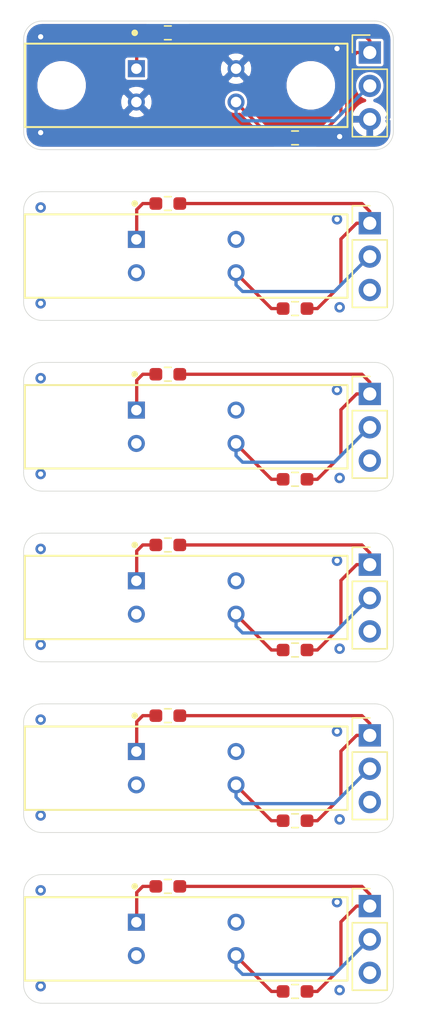
<source format=kicad_pcb>
(kicad_pcb (version 20171130) (host pcbnew "(5.1.10)-1")

  (general
    (thickness 1.6)
    (drawings 53)
    (tracks 138)
    (zones 0)
    (modules 24)
    (nets 5)
  )

  (page A4)
  (layers
    (0 F.Cu signal)
    (31 B.Cu signal)
    (32 B.Adhes user)
    (33 F.Adhes user)
    (34 B.Paste user)
    (35 F.Paste user)
    (36 B.SilkS user)
    (37 F.SilkS user)
    (38 B.Mask user)
    (39 F.Mask user)
    (40 Dwgs.User user)
    (41 Cmts.User user)
    (42 Eco1.User user)
    (43 Eco2.User user)
    (44 Edge.Cuts user)
    (45 Margin user)
    (46 B.CrtYd user)
    (47 F.CrtYd user)
    (48 B.Fab user)
    (49 F.Fab user)
  )

  (setup
    (last_trace_width 0.25)
    (trace_clearance 0.2)
    (zone_clearance 0.2)
    (zone_45_only no)
    (trace_min 0.2)
    (via_size 0.8)
    (via_drill 0.4)
    (via_min_size 0.4)
    (via_min_drill 0.3)
    (uvia_size 0.3)
    (uvia_drill 0.1)
    (uvias_allowed no)
    (uvia_min_size 0.2)
    (uvia_min_drill 0.1)
    (edge_width 0.05)
    (segment_width 0.2)
    (pcb_text_width 0.3)
    (pcb_text_size 1.5 1.5)
    (mod_edge_width 0.12)
    (mod_text_size 1 1)
    (mod_text_width 0.15)
    (pad_size 1.524 1.524)
    (pad_drill 0.762)
    (pad_to_mask_clearance 0)
    (aux_axis_origin 0 0)
    (visible_elements 7FFFFFFF)
    (pcbplotparams
      (layerselection 0x010fc_ffffffff)
      (usegerberextensions false)
      (usegerberattributes true)
      (usegerberadvancedattributes true)
      (creategerberjobfile true)
      (excludeedgelayer true)
      (linewidth 0.100000)
      (plotframeref false)
      (viasonmask false)
      (mode 1)
      (useauxorigin false)
      (hpglpennumber 1)
      (hpglpenspeed 20)
      (hpglpendiameter 15.000000)
      (psnegative false)
      (psa4output false)
      (plotreference true)
      (plotvalue true)
      (plotinvisibletext false)
      (padsonsilk false)
      (subtractmaskfromsilk false)
      (outputformat 1)
      (mirror false)
      (drillshape 0)
      (scaleselection 1)
      (outputdirectory "gerbers/"))
  )

  (net 0 "")
  (net 1 +5V)
  (net 2 "Net-(R1-Pad1)")
  (net 3 OUT)
  (net 4 GND)

  (net_class Default "This is the default net class."
    (clearance 0.2)
    (trace_width 0.25)
    (via_dia 0.8)
    (via_drill 0.4)
    (uvia_dia 0.3)
    (uvia_drill 0.1)
    (add_net +5V)
    (add_net GND)
    (add_net "Net-(R1-Pad1)")
    (add_net OUT)
  )

  (module Connector_PinHeader_2.54mm:PinHeader_1x03_P2.54mm_Vertical (layer F.Cu) (tedit 59FED5CC) (tstamp 615F2FD0)
    (at 152.2 151)
    (descr "Through hole straight pin header, 1x03, 2.54mm pitch, single row")
    (tags "Through hole pin header THT 1x03 2.54mm single row")
    (path /61AD37E3)
    (fp_text reference J1 (at 0 -2.33) (layer F.SilkS) hide
      (effects (font (size 1 1) (thickness 0.15)))
    )
    (fp_text value Conn_01x03 (at 0 7.41) (layer F.Fab)
      (effects (font (size 1 1) (thickness 0.15)))
    )
    (fp_line (start 1.8 -1.8) (end -1.8 -1.8) (layer F.CrtYd) (width 0.05))
    (fp_line (start 1.8 6.85) (end 1.8 -1.8) (layer F.CrtYd) (width 0.05))
    (fp_line (start -1.8 6.85) (end 1.8 6.85) (layer F.CrtYd) (width 0.05))
    (fp_line (start -1.8 -1.8) (end -1.8 6.85) (layer F.CrtYd) (width 0.05))
    (fp_line (start -1.33 -1.33) (end 0 -1.33) (layer F.SilkS) (width 0.12))
    (fp_line (start -1.33 0) (end -1.33 -1.33) (layer F.SilkS) (width 0.12))
    (fp_line (start -1.33 1.27) (end 1.33 1.27) (layer F.SilkS) (width 0.12))
    (fp_line (start 1.33 1.27) (end 1.33 6.41) (layer F.SilkS) (width 0.12))
    (fp_line (start -1.33 1.27) (end -1.33 6.41) (layer F.SilkS) (width 0.12))
    (fp_line (start -1.33 6.41) (end 1.33 6.41) (layer F.SilkS) (width 0.12))
    (fp_line (start -1.27 -0.635) (end -0.635 -1.27) (layer F.Fab) (width 0.1))
    (fp_line (start -1.27 6.35) (end -1.27 -0.635) (layer F.Fab) (width 0.1))
    (fp_line (start 1.27 6.35) (end -1.27 6.35) (layer F.Fab) (width 0.1))
    (fp_line (start 1.27 -1.27) (end 1.27 6.35) (layer F.Fab) (width 0.1))
    (fp_line (start -0.635 -1.27) (end 1.27 -1.27) (layer F.Fab) (width 0.1))
    (fp_text user %R (at 0 2.54 90) (layer F.Fab)
      (effects (font (size 1 1) (thickness 0.15)))
    )
    (pad 1 thru_hole rect (at 0 0) (size 1.7 1.7) (drill 1) (layers *.Cu *.Mask))
    (pad 2 thru_hole oval (at 0 2.54) (size 1.7 1.7) (drill 1) (layers *.Cu *.Mask))
    (pad 3 thru_hole oval (at 0 5.08) (size 1.7 1.7) (drill 1) (layers *.Cu *.Mask))
    (model ${KISYS3DMOD}/Connector_PinHeader_2.54mm.3dshapes/PinHeader_1x03_P2.54mm_Vertical.wrl
      (at (xyz 0 0 0))
      (scale (xyz 1 1 1))
      (rotate (xyz 0 0 0))
    )
  )

  (module Resistor_SMD:R_0603_1608Metric_Pad0.98x0.95mm_HandSolder (layer F.Cu) (tedit 5F68FEEE) (tstamp 615F2DFC)
    (at 136.8 149.5)
    (descr "Resistor SMD 0603 (1608 Metric), square (rectangular) end terminal, IPC_7351 nominal with elongated pad for handsoldering. (Body size source: IPC-SM-782 page 72, https://www.pcb-3d.com/wordpress/wp-content/uploads/ipc-sm-782a_amendment_1_and_2.pdf), generated with kicad-footprint-generator")
    (tags "resistor handsolder")
    (path /61AC88F6)
    (attr smd)
    (fp_text reference R1 (at 0 -1.43) (layer F.SilkS) hide
      (effects (font (size 1 1) (thickness 0.15)))
    )
    (fp_text value 330 (at 0 1.43) (layer F.Fab)
      (effects (font (size 1 1) (thickness 0.15)))
    )
    (fp_line (start 1.65 0.73) (end -1.65 0.73) (layer F.CrtYd) (width 0.05))
    (fp_line (start 1.65 -0.73) (end 1.65 0.73) (layer F.CrtYd) (width 0.05))
    (fp_line (start -1.65 -0.73) (end 1.65 -0.73) (layer F.CrtYd) (width 0.05))
    (fp_line (start -1.65 0.73) (end -1.65 -0.73) (layer F.CrtYd) (width 0.05))
    (fp_line (start -0.254724 0.5225) (end 0.254724 0.5225) (layer F.SilkS) (width 0.12))
    (fp_line (start -0.254724 -0.5225) (end 0.254724 -0.5225) (layer F.SilkS) (width 0.12))
    (fp_line (start 0.8 0.4125) (end -0.8 0.4125) (layer F.Fab) (width 0.1))
    (fp_line (start 0.8 -0.4125) (end 0.8 0.4125) (layer F.Fab) (width 0.1))
    (fp_line (start -0.8 -0.4125) (end 0.8 -0.4125) (layer F.Fab) (width 0.1))
    (fp_line (start -0.8 0.4125) (end -0.8 -0.4125) (layer F.Fab) (width 0.1))
    (fp_text user %R (at 0 0) (layer F.Fab)
      (effects (font (size 0.4 0.4) (thickness 0.06)))
    )
    (pad 1 smd roundrect (at -0.9125 0) (size 0.975 0.95) (layers F.Cu F.Paste F.Mask) (roundrect_rratio 0.25))
    (pad 2 smd roundrect (at 0.9125 0) (size 0.975 0.95) (layers F.Cu F.Paste F.Mask) (roundrect_rratio 0.25))
    (model ${KISYS3DMOD}/Resistor_SMD.3dshapes/R_0603_1608Metric.wrl
      (at (xyz 0 0 0))
      (scale (xyz 1 1 1))
      (rotate (xyz 0 0 0))
    )
  )

  (module Resistor_SMD:R_0603_1608Metric_Pad0.98x0.95mm_HandSolder (layer F.Cu) (tedit 5F68FEEE) (tstamp 615F30B1)
    (at 146.5 157.5)
    (descr "Resistor SMD 0603 (1608 Metric), square (rectangular) end terminal, IPC_7351 nominal with elongated pad for handsoldering. (Body size source: IPC-SM-782 page 72, https://www.pcb-3d.com/wordpress/wp-content/uploads/ipc-sm-782a_amendment_1_and_2.pdf), generated with kicad-footprint-generator")
    (tags "resistor handsolder")
    (path /61ACD0CF)
    (attr smd)
    (fp_text reference R2 (at 0 -1.43) (layer F.SilkS) hide
      (effects (font (size 1 1) (thickness 0.15)))
    )
    (fp_text value 10k (at 0 1.43) (layer F.Fab)
      (effects (font (size 1 1) (thickness 0.15)))
    )
    (fp_line (start 1.65 0.73) (end -1.65 0.73) (layer F.CrtYd) (width 0.05))
    (fp_line (start 1.65 -0.73) (end 1.65 0.73) (layer F.CrtYd) (width 0.05))
    (fp_line (start -1.65 -0.73) (end 1.65 -0.73) (layer F.CrtYd) (width 0.05))
    (fp_line (start -1.65 0.73) (end -1.65 -0.73) (layer F.CrtYd) (width 0.05))
    (fp_line (start -0.254724 0.5225) (end 0.254724 0.5225) (layer F.SilkS) (width 0.12))
    (fp_line (start -0.254724 -0.5225) (end 0.254724 -0.5225) (layer F.SilkS) (width 0.12))
    (fp_line (start 0.8 0.4125) (end -0.8 0.4125) (layer F.Fab) (width 0.1))
    (fp_line (start 0.8 -0.4125) (end 0.8 0.4125) (layer F.Fab) (width 0.1))
    (fp_line (start -0.8 -0.4125) (end 0.8 -0.4125) (layer F.Fab) (width 0.1))
    (fp_line (start -0.8 0.4125) (end -0.8 -0.4125) (layer F.Fab) (width 0.1))
    (fp_text user %R (at 0 0) (layer F.Fab)
      (effects (font (size 0.4 0.4) (thickness 0.06)))
    )
    (pad 1 smd roundrect (at -0.9125 0) (size 0.975 0.95) (layers F.Cu F.Paste F.Mask) (roundrect_rratio 0.25))
    (pad 2 smd roundrect (at 0.9125 0) (size 0.975 0.95) (layers F.Cu F.Paste F.Mask) (roundrect_rratio 0.25))
    (model ${KISYS3DMOD}/Resistor_SMD.3dshapes/R_0603_1608Metric.wrl
      (at (xyz 0 0 0))
      (scale (xyz 1 1 1))
      (rotate (xyz 0 0 0))
    )
  )

  (module KSI_rotator_endstop:Vishay-TCST2300 (layer F.Cu) (tedit 5EF21735) (tstamp 615F2F8C)
    (at 138.2 153.5)
    (path /61AC5883)
    (fp_text reference U1 (at -11.675 -4.225) (layer F.SilkS) hide
      (effects (font (size 1 1) (thickness 0.15)) (justify left))
    )
    (fp_text value TCST2103 (at 0 0) (layer F.SilkS) hide
      (effects (font (size 1.27 1.27) (thickness 0.15)))
    )
    (fp_circle (center -3.924999 -4) (end -3.799999 -4) (layer F.SilkS) (width 0.25))
    (fp_line (start 12.3 3.175) (end -12.3 3.175) (layer F.SilkS) (width 0.15))
    (fp_line (start 12.3 -3.175) (end 12.3 3.175) (layer F.SilkS) (width 0.15))
    (fp_line (start -12.3 -3.175) (end 12.3 -3.175) (layer F.SilkS) (width 0.15))
    (fp_line (start -12.3 3.175) (end -12.3 -3.175) (layer F.SilkS) (width 0.15))
    (fp_line (start 12.325 3.2) (end 12.325 -3.2) (layer F.CrtYd) (width 0.15))
    (fp_line (start -12.325 3.2) (end 12.325 3.2) (layer F.CrtYd) (width 0.15))
    (fp_line (start -12.325 -3.2) (end -12.325 3.2) (layer F.CrtYd) (width 0.15))
    (fp_line (start 12.325 -3.2) (end -12.325 -3.2) (layer F.CrtYd) (width 0.15))
    (fp_line (start 12.325 -3.2) (end 12.325 -3.2) (layer F.CrtYd) (width 0.15))
    (fp_line (start 12.3 3.175) (end -12.3 3.175) (layer F.Fab) (width 0.15))
    (fp_line (start 12.3 -3.175) (end 12.3 3.175) (layer F.Fab) (width 0.15))
    (fp_line (start -12.3 -3.175) (end 12.3 -3.175) (layer F.Fab) (width 0.15))
    (fp_line (start -12.3 3.175) (end -12.3 -3.175) (layer F.Fab) (width 0.15))
    (pad 1 thru_hole rect (at -3.8 -1.27) (size 1.3 1.3) (drill 0.8) (layers *.Cu))
    (pad 3 thru_hole circle (at -3.8 1.27) (size 1.3 1.3) (drill 0.8) (layers *.Cu))
    (pad 2 thru_hole circle (at 3.8 -1.27) (size 1.3 1.3) (drill 0.8) (layers *.Cu))
    (pad 4 thru_hole circle (at 3.8 1.27) (size 1.3 1.3) (drill 0.8) (layers *.Cu))
    (pad ~ np_thru_hole circle (at -9.5 0) (size 3.3 3.3) (drill 3.3) (layers *.Cu *.Mask))
    (pad ~ np_thru_hole circle (at 9.5 0) (size 3.3 3.3) (drill 3.3) (layers *.Cu *.Mask))
    (model ${KIPRJMOD}/libs/Vishay_-_TCST2103.step
      (at (xyz 0 0 0))
      (scale (xyz 1 1 1))
      (rotate (xyz 0 0 0))
    )
  )

  (module Connector_PinHeader_2.54mm:PinHeader_1x03_P2.54mm_Vertical (layer F.Cu) (tedit 59FED5CC) (tstamp 615F2F19)
    (at 152.2 138)
    (descr "Through hole straight pin header, 1x03, 2.54mm pitch, single row")
    (tags "Through hole pin header THT 1x03 2.54mm single row")
    (path /61AD37E3)
    (fp_text reference J1 (at 0 -2.33) (layer F.SilkS) hide
      (effects (font (size 1 1) (thickness 0.15)))
    )
    (fp_text value Conn_01x03 (at 0 7.41) (layer F.Fab)
      (effects (font (size 1 1) (thickness 0.15)))
    )
    (fp_line (start 1.8 -1.8) (end -1.8 -1.8) (layer F.CrtYd) (width 0.05))
    (fp_line (start 1.8 6.85) (end 1.8 -1.8) (layer F.CrtYd) (width 0.05))
    (fp_line (start -1.8 6.85) (end 1.8 6.85) (layer F.CrtYd) (width 0.05))
    (fp_line (start -1.8 -1.8) (end -1.8 6.85) (layer F.CrtYd) (width 0.05))
    (fp_line (start -1.33 -1.33) (end 0 -1.33) (layer F.SilkS) (width 0.12))
    (fp_line (start -1.33 0) (end -1.33 -1.33) (layer F.SilkS) (width 0.12))
    (fp_line (start -1.33 1.27) (end 1.33 1.27) (layer F.SilkS) (width 0.12))
    (fp_line (start 1.33 1.27) (end 1.33 6.41) (layer F.SilkS) (width 0.12))
    (fp_line (start -1.33 1.27) (end -1.33 6.41) (layer F.SilkS) (width 0.12))
    (fp_line (start -1.33 6.41) (end 1.33 6.41) (layer F.SilkS) (width 0.12))
    (fp_line (start -1.27 -0.635) (end -0.635 -1.27) (layer F.Fab) (width 0.1))
    (fp_line (start -1.27 6.35) (end -1.27 -0.635) (layer F.Fab) (width 0.1))
    (fp_line (start 1.27 6.35) (end -1.27 6.35) (layer F.Fab) (width 0.1))
    (fp_line (start 1.27 -1.27) (end 1.27 6.35) (layer F.Fab) (width 0.1))
    (fp_line (start -0.635 -1.27) (end 1.27 -1.27) (layer F.Fab) (width 0.1))
    (fp_text user %R (at 0 2.54 90) (layer F.Fab)
      (effects (font (size 1 1) (thickness 0.15)))
    )
    (pad 1 thru_hole rect (at 0 0) (size 1.7 1.7) (drill 1) (layers *.Cu *.Mask))
    (pad 2 thru_hole oval (at 0 2.54) (size 1.7 1.7) (drill 1) (layers *.Cu *.Mask))
    (pad 3 thru_hole oval (at 0 5.08) (size 1.7 1.7) (drill 1) (layers *.Cu *.Mask))
    (model ${KISYS3DMOD}/Connector_PinHeader_2.54mm.3dshapes/PinHeader_1x03_P2.54mm_Vertical.wrl
      (at (xyz 0 0 0))
      (scale (xyz 1 1 1))
      (rotate (xyz 0 0 0))
    )
  )

  (module Resistor_SMD:R_0603_1608Metric_Pad0.98x0.95mm_HandSolder (layer F.Cu) (tedit 5F68FEEE) (tstamp 615F2E2C)
    (at 136.8 136.5)
    (descr "Resistor SMD 0603 (1608 Metric), square (rectangular) end terminal, IPC_7351 nominal with elongated pad for handsoldering. (Body size source: IPC-SM-782 page 72, https://www.pcb-3d.com/wordpress/wp-content/uploads/ipc-sm-782a_amendment_1_and_2.pdf), generated with kicad-footprint-generator")
    (tags "resistor handsolder")
    (path /61AC88F6)
    (attr smd)
    (fp_text reference R1 (at 0 -1.43) (layer F.SilkS) hide
      (effects (font (size 1 1) (thickness 0.15)))
    )
    (fp_text value 330 (at 0 1.43) (layer F.Fab)
      (effects (font (size 1 1) (thickness 0.15)))
    )
    (fp_line (start 1.65 0.73) (end -1.65 0.73) (layer F.CrtYd) (width 0.05))
    (fp_line (start 1.65 -0.73) (end 1.65 0.73) (layer F.CrtYd) (width 0.05))
    (fp_line (start -1.65 -0.73) (end 1.65 -0.73) (layer F.CrtYd) (width 0.05))
    (fp_line (start -1.65 0.73) (end -1.65 -0.73) (layer F.CrtYd) (width 0.05))
    (fp_line (start -0.254724 0.5225) (end 0.254724 0.5225) (layer F.SilkS) (width 0.12))
    (fp_line (start -0.254724 -0.5225) (end 0.254724 -0.5225) (layer F.SilkS) (width 0.12))
    (fp_line (start 0.8 0.4125) (end -0.8 0.4125) (layer F.Fab) (width 0.1))
    (fp_line (start 0.8 -0.4125) (end 0.8 0.4125) (layer F.Fab) (width 0.1))
    (fp_line (start -0.8 -0.4125) (end 0.8 -0.4125) (layer F.Fab) (width 0.1))
    (fp_line (start -0.8 0.4125) (end -0.8 -0.4125) (layer F.Fab) (width 0.1))
    (fp_text user %R (at 0 0) (layer F.Fab)
      (effects (font (size 0.4 0.4) (thickness 0.06)))
    )
    (pad 1 smd roundrect (at -0.9125 0) (size 0.975 0.95) (layers F.Cu F.Paste F.Mask) (roundrect_rratio 0.25))
    (pad 2 smd roundrect (at 0.9125 0) (size 0.975 0.95) (layers F.Cu F.Paste F.Mask) (roundrect_rratio 0.25))
    (model ${KISYS3DMOD}/Resistor_SMD.3dshapes/R_0603_1608Metric.wrl
      (at (xyz 0 0 0))
      (scale (xyz 1 1 1))
      (rotate (xyz 0 0 0))
    )
  )

  (module Resistor_SMD:R_0603_1608Metric_Pad0.98x0.95mm_HandSolder (layer F.Cu) (tedit 5F68FEEE) (tstamp 615F3081)
    (at 146.5 144.5)
    (descr "Resistor SMD 0603 (1608 Metric), square (rectangular) end terminal, IPC_7351 nominal with elongated pad for handsoldering. (Body size source: IPC-SM-782 page 72, https://www.pcb-3d.com/wordpress/wp-content/uploads/ipc-sm-782a_amendment_1_and_2.pdf), generated with kicad-footprint-generator")
    (tags "resistor handsolder")
    (path /61ACD0CF)
    (attr smd)
    (fp_text reference R2 (at 0 -1.43) (layer F.SilkS) hide
      (effects (font (size 1 1) (thickness 0.15)))
    )
    (fp_text value 10k (at 0 1.43) (layer F.Fab)
      (effects (font (size 1 1) (thickness 0.15)))
    )
    (fp_line (start 1.65 0.73) (end -1.65 0.73) (layer F.CrtYd) (width 0.05))
    (fp_line (start 1.65 -0.73) (end 1.65 0.73) (layer F.CrtYd) (width 0.05))
    (fp_line (start -1.65 -0.73) (end 1.65 -0.73) (layer F.CrtYd) (width 0.05))
    (fp_line (start -1.65 0.73) (end -1.65 -0.73) (layer F.CrtYd) (width 0.05))
    (fp_line (start -0.254724 0.5225) (end 0.254724 0.5225) (layer F.SilkS) (width 0.12))
    (fp_line (start -0.254724 -0.5225) (end 0.254724 -0.5225) (layer F.SilkS) (width 0.12))
    (fp_line (start 0.8 0.4125) (end -0.8 0.4125) (layer F.Fab) (width 0.1))
    (fp_line (start 0.8 -0.4125) (end 0.8 0.4125) (layer F.Fab) (width 0.1))
    (fp_line (start -0.8 -0.4125) (end 0.8 -0.4125) (layer F.Fab) (width 0.1))
    (fp_line (start -0.8 0.4125) (end -0.8 -0.4125) (layer F.Fab) (width 0.1))
    (fp_text user %R (at 0 0) (layer F.Fab)
      (effects (font (size 0.4 0.4) (thickness 0.06)))
    )
    (pad 1 smd roundrect (at -0.9125 0) (size 0.975 0.95) (layers F.Cu F.Paste F.Mask) (roundrect_rratio 0.25))
    (pad 2 smd roundrect (at 0.9125 0) (size 0.975 0.95) (layers F.Cu F.Paste F.Mask) (roundrect_rratio 0.25))
    (model ${KISYS3DMOD}/Resistor_SMD.3dshapes/R_0603_1608Metric.wrl
      (at (xyz 0 0 0))
      (scale (xyz 1 1 1))
      (rotate (xyz 0 0 0))
    )
  )

  (module KSI_rotator_endstop:Vishay-TCST2300 (layer F.Cu) (tedit 5EF21735) (tstamp 615F3043)
    (at 138.2 140.5)
    (path /61AC5883)
    (fp_text reference U1 (at -11.675 -4.225) (layer F.SilkS) hide
      (effects (font (size 1 1) (thickness 0.15)) (justify left))
    )
    (fp_text value TCST2103 (at 0 0) (layer F.SilkS) hide
      (effects (font (size 1.27 1.27) (thickness 0.15)))
    )
    (fp_circle (center -3.924999 -4) (end -3.799999 -4) (layer F.SilkS) (width 0.25))
    (fp_line (start 12.3 3.175) (end -12.3 3.175) (layer F.SilkS) (width 0.15))
    (fp_line (start 12.3 -3.175) (end 12.3 3.175) (layer F.SilkS) (width 0.15))
    (fp_line (start -12.3 -3.175) (end 12.3 -3.175) (layer F.SilkS) (width 0.15))
    (fp_line (start -12.3 3.175) (end -12.3 -3.175) (layer F.SilkS) (width 0.15))
    (fp_line (start 12.325 3.2) (end 12.325 -3.2) (layer F.CrtYd) (width 0.15))
    (fp_line (start -12.325 3.2) (end 12.325 3.2) (layer F.CrtYd) (width 0.15))
    (fp_line (start -12.325 -3.2) (end -12.325 3.2) (layer F.CrtYd) (width 0.15))
    (fp_line (start 12.325 -3.2) (end -12.325 -3.2) (layer F.CrtYd) (width 0.15))
    (fp_line (start 12.325 -3.2) (end 12.325 -3.2) (layer F.CrtYd) (width 0.15))
    (fp_line (start 12.3 3.175) (end -12.3 3.175) (layer F.Fab) (width 0.15))
    (fp_line (start 12.3 -3.175) (end 12.3 3.175) (layer F.Fab) (width 0.15))
    (fp_line (start -12.3 -3.175) (end 12.3 -3.175) (layer F.Fab) (width 0.15))
    (fp_line (start -12.3 3.175) (end -12.3 -3.175) (layer F.Fab) (width 0.15))
    (pad 1 thru_hole rect (at -3.8 -1.27) (size 1.3 1.3) (drill 0.8) (layers *.Cu))
    (pad 3 thru_hole circle (at -3.8 1.27) (size 1.3 1.3) (drill 0.8) (layers *.Cu))
    (pad 2 thru_hole circle (at 3.8 -1.27) (size 1.3 1.3) (drill 0.8) (layers *.Cu))
    (pad 4 thru_hole circle (at 3.8 1.27) (size 1.3 1.3) (drill 0.8) (layers *.Cu))
    (pad ~ np_thru_hole circle (at -9.5 0) (size 3.3 3.3) (drill 3.3) (layers *.Cu *.Mask))
    (pad ~ np_thru_hole circle (at 9.5 0) (size 3.3 3.3) (drill 3.3) (layers *.Cu *.Mask))
    (model ${KIPRJMOD}/libs/Vishay_-_TCST2103.step
      (at (xyz 0 0 0))
      (scale (xyz 1 1 1))
      (rotate (xyz 0 0 0))
    )
  )

  (module Connector_PinHeader_2.54mm:PinHeader_1x03_P2.54mm_Vertical (layer F.Cu) (tedit 59FED5CC) (tstamp 615F3324)
    (at 152.2 125)
    (descr "Through hole straight pin header, 1x03, 2.54mm pitch, single row")
    (tags "Through hole pin header THT 1x03 2.54mm single row")
    (path /61AD37E3)
    (fp_text reference J1 (at 0 -2.33) (layer F.SilkS) hide
      (effects (font (size 1 1) (thickness 0.15)))
    )
    (fp_text value Conn_01x03 (at 0 7.41) (layer F.Fab)
      (effects (font (size 1 1) (thickness 0.15)))
    )
    (fp_line (start 1.8 -1.8) (end -1.8 -1.8) (layer F.CrtYd) (width 0.05))
    (fp_line (start 1.8 6.85) (end 1.8 -1.8) (layer F.CrtYd) (width 0.05))
    (fp_line (start -1.8 6.85) (end 1.8 6.85) (layer F.CrtYd) (width 0.05))
    (fp_line (start -1.8 -1.8) (end -1.8 6.85) (layer F.CrtYd) (width 0.05))
    (fp_line (start -1.33 -1.33) (end 0 -1.33) (layer F.SilkS) (width 0.12))
    (fp_line (start -1.33 0) (end -1.33 -1.33) (layer F.SilkS) (width 0.12))
    (fp_line (start -1.33 1.27) (end 1.33 1.27) (layer F.SilkS) (width 0.12))
    (fp_line (start 1.33 1.27) (end 1.33 6.41) (layer F.SilkS) (width 0.12))
    (fp_line (start -1.33 1.27) (end -1.33 6.41) (layer F.SilkS) (width 0.12))
    (fp_line (start -1.33 6.41) (end 1.33 6.41) (layer F.SilkS) (width 0.12))
    (fp_line (start -1.27 -0.635) (end -0.635 -1.27) (layer F.Fab) (width 0.1))
    (fp_line (start -1.27 6.35) (end -1.27 -0.635) (layer F.Fab) (width 0.1))
    (fp_line (start 1.27 6.35) (end -1.27 6.35) (layer F.Fab) (width 0.1))
    (fp_line (start 1.27 -1.27) (end 1.27 6.35) (layer F.Fab) (width 0.1))
    (fp_line (start -0.635 -1.27) (end 1.27 -1.27) (layer F.Fab) (width 0.1))
    (fp_text user %R (at 0 2.54 90) (layer F.Fab)
      (effects (font (size 1 1) (thickness 0.15)))
    )
    (pad 1 thru_hole rect (at 0 0) (size 1.7 1.7) (drill 1) (layers *.Cu *.Mask))
    (pad 2 thru_hole oval (at 0 2.54) (size 1.7 1.7) (drill 1) (layers *.Cu *.Mask))
    (pad 3 thru_hole oval (at 0 5.08) (size 1.7 1.7) (drill 1) (layers *.Cu *.Mask))
    (model ${KISYS3DMOD}/Connector_PinHeader_2.54mm.3dshapes/PinHeader_1x03_P2.54mm_Vertical.wrl
      (at (xyz 0 0 0))
      (scale (xyz 1 1 1))
      (rotate (xyz 0 0 0))
    )
  )

  (module Resistor_SMD:R_0603_1608Metric_Pad0.98x0.95mm_HandSolder (layer F.Cu) (tedit 5F68FEEE) (tstamp 615F3234)
    (at 136.8 123.5)
    (descr "Resistor SMD 0603 (1608 Metric), square (rectangular) end terminal, IPC_7351 nominal with elongated pad for handsoldering. (Body size source: IPC-SM-782 page 72, https://www.pcb-3d.com/wordpress/wp-content/uploads/ipc-sm-782a_amendment_1_and_2.pdf), generated with kicad-footprint-generator")
    (tags "resistor handsolder")
    (path /61AC88F6)
    (attr smd)
    (fp_text reference R1 (at 0 -1.43) (layer F.SilkS) hide
      (effects (font (size 1 1) (thickness 0.15)))
    )
    (fp_text value 330 (at 0 1.43) (layer F.Fab)
      (effects (font (size 1 1) (thickness 0.15)))
    )
    (fp_line (start 1.65 0.73) (end -1.65 0.73) (layer F.CrtYd) (width 0.05))
    (fp_line (start 1.65 -0.73) (end 1.65 0.73) (layer F.CrtYd) (width 0.05))
    (fp_line (start -1.65 -0.73) (end 1.65 -0.73) (layer F.CrtYd) (width 0.05))
    (fp_line (start -1.65 0.73) (end -1.65 -0.73) (layer F.CrtYd) (width 0.05))
    (fp_line (start -0.254724 0.5225) (end 0.254724 0.5225) (layer F.SilkS) (width 0.12))
    (fp_line (start -0.254724 -0.5225) (end 0.254724 -0.5225) (layer F.SilkS) (width 0.12))
    (fp_line (start 0.8 0.4125) (end -0.8 0.4125) (layer F.Fab) (width 0.1))
    (fp_line (start 0.8 -0.4125) (end 0.8 0.4125) (layer F.Fab) (width 0.1))
    (fp_line (start -0.8 -0.4125) (end 0.8 -0.4125) (layer F.Fab) (width 0.1))
    (fp_line (start -0.8 0.4125) (end -0.8 -0.4125) (layer F.Fab) (width 0.1))
    (fp_text user %R (at 0 0) (layer F.Fab)
      (effects (font (size 0.4 0.4) (thickness 0.06)))
    )
    (pad 1 smd roundrect (at -0.9125 0) (size 0.975 0.95) (layers F.Cu F.Paste F.Mask) (roundrect_rratio 0.25))
    (pad 2 smd roundrect (at 0.9125 0) (size 0.975 0.95) (layers F.Cu F.Paste F.Mask) (roundrect_rratio 0.25))
    (model ${KISYS3DMOD}/Resistor_SMD.3dshapes/R_0603_1608Metric.wrl
      (at (xyz 0 0 0))
      (scale (xyz 1 1 1))
      (rotate (xyz 0 0 0))
    )
  )

  (module Resistor_SMD:R_0603_1608Metric_Pad0.98x0.95mm_HandSolder (layer F.Cu) (tedit 5F68FEEE) (tstamp 615F3264)
    (at 146.5 131.5)
    (descr "Resistor SMD 0603 (1608 Metric), square (rectangular) end terminal, IPC_7351 nominal with elongated pad for handsoldering. (Body size source: IPC-SM-782 page 72, https://www.pcb-3d.com/wordpress/wp-content/uploads/ipc-sm-782a_amendment_1_and_2.pdf), generated with kicad-footprint-generator")
    (tags "resistor handsolder")
    (path /61ACD0CF)
    (attr smd)
    (fp_text reference R2 (at 0 -1.43) (layer F.SilkS) hide
      (effects (font (size 1 1) (thickness 0.15)))
    )
    (fp_text value 10k (at 0 1.43) (layer F.Fab)
      (effects (font (size 1 1) (thickness 0.15)))
    )
    (fp_line (start 1.65 0.73) (end -1.65 0.73) (layer F.CrtYd) (width 0.05))
    (fp_line (start 1.65 -0.73) (end 1.65 0.73) (layer F.CrtYd) (width 0.05))
    (fp_line (start -1.65 -0.73) (end 1.65 -0.73) (layer F.CrtYd) (width 0.05))
    (fp_line (start -1.65 0.73) (end -1.65 -0.73) (layer F.CrtYd) (width 0.05))
    (fp_line (start -0.254724 0.5225) (end 0.254724 0.5225) (layer F.SilkS) (width 0.12))
    (fp_line (start -0.254724 -0.5225) (end 0.254724 -0.5225) (layer F.SilkS) (width 0.12))
    (fp_line (start 0.8 0.4125) (end -0.8 0.4125) (layer F.Fab) (width 0.1))
    (fp_line (start 0.8 -0.4125) (end 0.8 0.4125) (layer F.Fab) (width 0.1))
    (fp_line (start -0.8 -0.4125) (end 0.8 -0.4125) (layer F.Fab) (width 0.1))
    (fp_line (start -0.8 0.4125) (end -0.8 -0.4125) (layer F.Fab) (width 0.1))
    (fp_text user %R (at 0 0) (layer F.Fab)
      (effects (font (size 0.4 0.4) (thickness 0.06)))
    )
    (pad 1 smd roundrect (at -0.9125 0) (size 0.975 0.95) (layers F.Cu F.Paste F.Mask) (roundrect_rratio 0.25))
    (pad 2 smd roundrect (at 0.9125 0) (size 0.975 0.95) (layers F.Cu F.Paste F.Mask) (roundrect_rratio 0.25))
    (model ${KISYS3DMOD}/Resistor_SMD.3dshapes/R_0603_1608Metric.wrl
      (at (xyz 0 0 0))
      (scale (xyz 1 1 1))
      (rotate (xyz 0 0 0))
    )
  )

  (module KSI_rotator_endstop:Vishay-TCST2300 (layer F.Cu) (tedit 5EF21735) (tstamp 615F32E0)
    (at 138.2 127.5)
    (path /61AC5883)
    (fp_text reference U1 (at -11.675 -4.225) (layer F.SilkS) hide
      (effects (font (size 1 1) (thickness 0.15)) (justify left))
    )
    (fp_text value TCST2103 (at 0 0) (layer F.SilkS) hide
      (effects (font (size 1.27 1.27) (thickness 0.15)))
    )
    (fp_circle (center -3.924999 -4) (end -3.799999 -4) (layer F.SilkS) (width 0.25))
    (fp_line (start 12.3 3.175) (end -12.3 3.175) (layer F.SilkS) (width 0.15))
    (fp_line (start 12.3 -3.175) (end 12.3 3.175) (layer F.SilkS) (width 0.15))
    (fp_line (start -12.3 -3.175) (end 12.3 -3.175) (layer F.SilkS) (width 0.15))
    (fp_line (start -12.3 3.175) (end -12.3 -3.175) (layer F.SilkS) (width 0.15))
    (fp_line (start 12.325 3.2) (end 12.325 -3.2) (layer F.CrtYd) (width 0.15))
    (fp_line (start -12.325 3.2) (end 12.325 3.2) (layer F.CrtYd) (width 0.15))
    (fp_line (start -12.325 -3.2) (end -12.325 3.2) (layer F.CrtYd) (width 0.15))
    (fp_line (start 12.325 -3.2) (end -12.325 -3.2) (layer F.CrtYd) (width 0.15))
    (fp_line (start 12.325 -3.2) (end 12.325 -3.2) (layer F.CrtYd) (width 0.15))
    (fp_line (start 12.3 3.175) (end -12.3 3.175) (layer F.Fab) (width 0.15))
    (fp_line (start 12.3 -3.175) (end 12.3 3.175) (layer F.Fab) (width 0.15))
    (fp_line (start -12.3 -3.175) (end 12.3 -3.175) (layer F.Fab) (width 0.15))
    (fp_line (start -12.3 3.175) (end -12.3 -3.175) (layer F.Fab) (width 0.15))
    (pad 1 thru_hole rect (at -3.8 -1.27) (size 1.3 1.3) (drill 0.8) (layers *.Cu))
    (pad 3 thru_hole circle (at -3.8 1.27) (size 1.3 1.3) (drill 0.8) (layers *.Cu))
    (pad 2 thru_hole circle (at 3.8 -1.27) (size 1.3 1.3) (drill 0.8) (layers *.Cu))
    (pad 4 thru_hole circle (at 3.8 1.27) (size 1.3 1.3) (drill 0.8) (layers *.Cu))
    (pad ~ np_thru_hole circle (at -9.5 0) (size 3.3 3.3) (drill 3.3) (layers *.Cu *.Mask))
    (pad ~ np_thru_hole circle (at 9.5 0) (size 3.3 3.3) (drill 3.3) (layers *.Cu *.Mask))
    (model ${KIPRJMOD}/libs/Vishay_-_TCST2103.step
      (at (xyz 0 0 0))
      (scale (xyz 1 1 1))
      (rotate (xyz 0 0 0))
    )
  )

  (module Connector_PinHeader_2.54mm:PinHeader_1x03_P2.54mm_Vertical (layer F.Cu) (tedit 59FED5CC) (tstamp 615F1DA4)
    (at 152.2 112)
    (descr "Through hole straight pin header, 1x03, 2.54mm pitch, single row")
    (tags "Through hole pin header THT 1x03 2.54mm single row")
    (path /61AD37E3)
    (fp_text reference J1 (at 0 -2.33) (layer F.SilkS) hide
      (effects (font (size 1 1) (thickness 0.15)))
    )
    (fp_text value Conn_01x03 (at 0 7.41) (layer F.Fab)
      (effects (font (size 1 1) (thickness 0.15)))
    )
    (fp_line (start 1.8 -1.8) (end -1.8 -1.8) (layer F.CrtYd) (width 0.05))
    (fp_line (start 1.8 6.85) (end 1.8 -1.8) (layer F.CrtYd) (width 0.05))
    (fp_line (start -1.8 6.85) (end 1.8 6.85) (layer F.CrtYd) (width 0.05))
    (fp_line (start -1.8 -1.8) (end -1.8 6.85) (layer F.CrtYd) (width 0.05))
    (fp_line (start -1.33 -1.33) (end 0 -1.33) (layer F.SilkS) (width 0.12))
    (fp_line (start -1.33 0) (end -1.33 -1.33) (layer F.SilkS) (width 0.12))
    (fp_line (start -1.33 1.27) (end 1.33 1.27) (layer F.SilkS) (width 0.12))
    (fp_line (start 1.33 1.27) (end 1.33 6.41) (layer F.SilkS) (width 0.12))
    (fp_line (start -1.33 1.27) (end -1.33 6.41) (layer F.SilkS) (width 0.12))
    (fp_line (start -1.33 6.41) (end 1.33 6.41) (layer F.SilkS) (width 0.12))
    (fp_line (start -1.27 -0.635) (end -0.635 -1.27) (layer F.Fab) (width 0.1))
    (fp_line (start -1.27 6.35) (end -1.27 -0.635) (layer F.Fab) (width 0.1))
    (fp_line (start 1.27 6.35) (end -1.27 6.35) (layer F.Fab) (width 0.1))
    (fp_line (start 1.27 -1.27) (end 1.27 6.35) (layer F.Fab) (width 0.1))
    (fp_line (start -0.635 -1.27) (end 1.27 -1.27) (layer F.Fab) (width 0.1))
    (fp_text user %R (at 0 2.54 90) (layer F.Fab)
      (effects (font (size 1 1) (thickness 0.15)))
    )
    (pad 1 thru_hole rect (at 0 0) (size 1.7 1.7) (drill 1) (layers *.Cu *.Mask))
    (pad 2 thru_hole oval (at 0 2.54) (size 1.7 1.7) (drill 1) (layers *.Cu *.Mask))
    (pad 3 thru_hole oval (at 0 5.08) (size 1.7 1.7) (drill 1) (layers *.Cu *.Mask))
    (model ${KISYS3DMOD}/Connector_PinHeader_2.54mm.3dshapes/PinHeader_1x03_P2.54mm_Vertical.wrl
      (at (xyz 0 0 0))
      (scale (xyz 1 1 1))
      (rotate (xyz 0 0 0))
    )
  )

  (module Resistor_SMD:R_0603_1608Metric_Pad0.98x0.95mm_HandSolder (layer F.Cu) (tedit 5F68FEEE) (tstamp 615F1D94)
    (at 136.8 110.5)
    (descr "Resistor SMD 0603 (1608 Metric), square (rectangular) end terminal, IPC_7351 nominal with elongated pad for handsoldering. (Body size source: IPC-SM-782 page 72, https://www.pcb-3d.com/wordpress/wp-content/uploads/ipc-sm-782a_amendment_1_and_2.pdf), generated with kicad-footprint-generator")
    (tags "resistor handsolder")
    (path /61AC88F6)
    (attr smd)
    (fp_text reference R1 (at 0 -1.43) (layer F.SilkS) hide
      (effects (font (size 1 1) (thickness 0.15)))
    )
    (fp_text value 330 (at 0 1.43) (layer F.Fab)
      (effects (font (size 1 1) (thickness 0.15)))
    )
    (fp_line (start 1.65 0.73) (end -1.65 0.73) (layer F.CrtYd) (width 0.05))
    (fp_line (start 1.65 -0.73) (end 1.65 0.73) (layer F.CrtYd) (width 0.05))
    (fp_line (start -1.65 -0.73) (end 1.65 -0.73) (layer F.CrtYd) (width 0.05))
    (fp_line (start -1.65 0.73) (end -1.65 -0.73) (layer F.CrtYd) (width 0.05))
    (fp_line (start -0.254724 0.5225) (end 0.254724 0.5225) (layer F.SilkS) (width 0.12))
    (fp_line (start -0.254724 -0.5225) (end 0.254724 -0.5225) (layer F.SilkS) (width 0.12))
    (fp_line (start 0.8 0.4125) (end -0.8 0.4125) (layer F.Fab) (width 0.1))
    (fp_line (start 0.8 -0.4125) (end 0.8 0.4125) (layer F.Fab) (width 0.1))
    (fp_line (start -0.8 -0.4125) (end 0.8 -0.4125) (layer F.Fab) (width 0.1))
    (fp_line (start -0.8 0.4125) (end -0.8 -0.4125) (layer F.Fab) (width 0.1))
    (fp_text user %R (at 0 0) (layer F.Fab)
      (effects (font (size 0.4 0.4) (thickness 0.06)))
    )
    (pad 1 smd roundrect (at -0.9125 0) (size 0.975 0.95) (layers F.Cu F.Paste F.Mask) (roundrect_rratio 0.25))
    (pad 2 smd roundrect (at 0.9125 0) (size 0.975 0.95) (layers F.Cu F.Paste F.Mask) (roundrect_rratio 0.25))
    (model ${KISYS3DMOD}/Resistor_SMD.3dshapes/R_0603_1608Metric.wrl
      (at (xyz 0 0 0))
      (scale (xyz 1 1 1))
      (rotate (xyz 0 0 0))
    )
  )

  (module Resistor_SMD:R_0603_1608Metric_Pad0.98x0.95mm_HandSolder (layer F.Cu) (tedit 5F68FEEE) (tstamp 615F1D84)
    (at 146.5 118.5)
    (descr "Resistor SMD 0603 (1608 Metric), square (rectangular) end terminal, IPC_7351 nominal with elongated pad for handsoldering. (Body size source: IPC-SM-782 page 72, https://www.pcb-3d.com/wordpress/wp-content/uploads/ipc-sm-782a_amendment_1_and_2.pdf), generated with kicad-footprint-generator")
    (tags "resistor handsolder")
    (path /61ACD0CF)
    (attr smd)
    (fp_text reference R2 (at 0 -1.43) (layer F.SilkS) hide
      (effects (font (size 1 1) (thickness 0.15)))
    )
    (fp_text value 10k (at 0 1.43) (layer F.Fab)
      (effects (font (size 1 1) (thickness 0.15)))
    )
    (fp_line (start 1.65 0.73) (end -1.65 0.73) (layer F.CrtYd) (width 0.05))
    (fp_line (start 1.65 -0.73) (end 1.65 0.73) (layer F.CrtYd) (width 0.05))
    (fp_line (start -1.65 -0.73) (end 1.65 -0.73) (layer F.CrtYd) (width 0.05))
    (fp_line (start -1.65 0.73) (end -1.65 -0.73) (layer F.CrtYd) (width 0.05))
    (fp_line (start -0.254724 0.5225) (end 0.254724 0.5225) (layer F.SilkS) (width 0.12))
    (fp_line (start -0.254724 -0.5225) (end 0.254724 -0.5225) (layer F.SilkS) (width 0.12))
    (fp_line (start 0.8 0.4125) (end -0.8 0.4125) (layer F.Fab) (width 0.1))
    (fp_line (start 0.8 -0.4125) (end 0.8 0.4125) (layer F.Fab) (width 0.1))
    (fp_line (start -0.8 -0.4125) (end 0.8 -0.4125) (layer F.Fab) (width 0.1))
    (fp_line (start -0.8 0.4125) (end -0.8 -0.4125) (layer F.Fab) (width 0.1))
    (fp_text user %R (at 0 0) (layer F.Fab)
      (effects (font (size 0.4 0.4) (thickness 0.06)))
    )
    (pad 1 smd roundrect (at -0.9125 0) (size 0.975 0.95) (layers F.Cu F.Paste F.Mask) (roundrect_rratio 0.25))
    (pad 2 smd roundrect (at 0.9125 0) (size 0.975 0.95) (layers F.Cu F.Paste F.Mask) (roundrect_rratio 0.25))
    (model ${KISYS3DMOD}/Resistor_SMD.3dshapes/R_0603_1608Metric.wrl
      (at (xyz 0 0 0))
      (scale (xyz 1 1 1))
      (rotate (xyz 0 0 0))
    )
  )

  (module KSI_rotator_endstop:Vishay-TCST2300 (layer F.Cu) (tedit 5EF21735) (tstamp 615F1D6D)
    (at 138.2 114.5)
    (path /61AC5883)
    (fp_text reference U1 (at -11.675 -4.225) (layer F.SilkS) hide
      (effects (font (size 1 1) (thickness 0.15)) (justify left))
    )
    (fp_text value TCST2103 (at 0 0) (layer F.SilkS) hide
      (effects (font (size 1.27 1.27) (thickness 0.15)))
    )
    (fp_circle (center -3.924999 -4) (end -3.799999 -4) (layer F.SilkS) (width 0.25))
    (fp_line (start 12.3 3.175) (end -12.3 3.175) (layer F.SilkS) (width 0.15))
    (fp_line (start 12.3 -3.175) (end 12.3 3.175) (layer F.SilkS) (width 0.15))
    (fp_line (start -12.3 -3.175) (end 12.3 -3.175) (layer F.SilkS) (width 0.15))
    (fp_line (start -12.3 3.175) (end -12.3 -3.175) (layer F.SilkS) (width 0.15))
    (fp_line (start 12.325 3.2) (end 12.325 -3.2) (layer F.CrtYd) (width 0.15))
    (fp_line (start -12.325 3.2) (end 12.325 3.2) (layer F.CrtYd) (width 0.15))
    (fp_line (start -12.325 -3.2) (end -12.325 3.2) (layer F.CrtYd) (width 0.15))
    (fp_line (start 12.325 -3.2) (end -12.325 -3.2) (layer F.CrtYd) (width 0.15))
    (fp_line (start 12.325 -3.2) (end 12.325 -3.2) (layer F.CrtYd) (width 0.15))
    (fp_line (start 12.3 3.175) (end -12.3 3.175) (layer F.Fab) (width 0.15))
    (fp_line (start 12.3 -3.175) (end 12.3 3.175) (layer F.Fab) (width 0.15))
    (fp_line (start -12.3 -3.175) (end 12.3 -3.175) (layer F.Fab) (width 0.15))
    (fp_line (start -12.3 3.175) (end -12.3 -3.175) (layer F.Fab) (width 0.15))
    (pad 1 thru_hole rect (at -3.8 -1.27) (size 1.3 1.3) (drill 0.8) (layers *.Cu))
    (pad 3 thru_hole circle (at -3.8 1.27) (size 1.3 1.3) (drill 0.8) (layers *.Cu))
    (pad 2 thru_hole circle (at 3.8 -1.27) (size 1.3 1.3) (drill 0.8) (layers *.Cu))
    (pad 4 thru_hole circle (at 3.8 1.27) (size 1.3 1.3) (drill 0.8) (layers *.Cu))
    (pad ~ np_thru_hole circle (at -9.5 0) (size 3.3 3.3) (drill 3.3) (layers *.Cu *.Mask))
    (pad ~ np_thru_hole circle (at 9.5 0) (size 3.3 3.3) (drill 3.3) (layers *.Cu *.Mask))
    (model ${KIPRJMOD}/libs/Vishay_-_TCST2103.step
      (at (xyz 0 0 0))
      (scale (xyz 1 1 1))
      (rotate (xyz 0 0 0))
    )
  )

  (module Connector_PinHeader_2.54mm:PinHeader_1x03_P2.54mm_Vertical (layer F.Cu) (tedit 59FED5CC) (tstamp 615F1DA4)
    (at 152.2 99)
    (descr "Through hole straight pin header, 1x03, 2.54mm pitch, single row")
    (tags "Through hole pin header THT 1x03 2.54mm single row")
    (path /61AD37E3)
    (fp_text reference J1 (at 0 -2.33) (layer F.SilkS) hide
      (effects (font (size 1 1) (thickness 0.15)))
    )
    (fp_text value Conn_01x03 (at 0 7.41) (layer F.Fab)
      (effects (font (size 1 1) (thickness 0.15)))
    )
    (fp_line (start 1.8 -1.8) (end -1.8 -1.8) (layer F.CrtYd) (width 0.05))
    (fp_line (start 1.8 6.85) (end 1.8 -1.8) (layer F.CrtYd) (width 0.05))
    (fp_line (start -1.8 6.85) (end 1.8 6.85) (layer F.CrtYd) (width 0.05))
    (fp_line (start -1.8 -1.8) (end -1.8 6.85) (layer F.CrtYd) (width 0.05))
    (fp_line (start -1.33 -1.33) (end 0 -1.33) (layer F.SilkS) (width 0.12))
    (fp_line (start -1.33 0) (end -1.33 -1.33) (layer F.SilkS) (width 0.12))
    (fp_line (start -1.33 1.27) (end 1.33 1.27) (layer F.SilkS) (width 0.12))
    (fp_line (start 1.33 1.27) (end 1.33 6.41) (layer F.SilkS) (width 0.12))
    (fp_line (start -1.33 1.27) (end -1.33 6.41) (layer F.SilkS) (width 0.12))
    (fp_line (start -1.33 6.41) (end 1.33 6.41) (layer F.SilkS) (width 0.12))
    (fp_line (start -1.27 -0.635) (end -0.635 -1.27) (layer F.Fab) (width 0.1))
    (fp_line (start -1.27 6.35) (end -1.27 -0.635) (layer F.Fab) (width 0.1))
    (fp_line (start 1.27 6.35) (end -1.27 6.35) (layer F.Fab) (width 0.1))
    (fp_line (start 1.27 -1.27) (end 1.27 6.35) (layer F.Fab) (width 0.1))
    (fp_line (start -0.635 -1.27) (end 1.27 -1.27) (layer F.Fab) (width 0.1))
    (fp_text user %R (at 0 2.54 90) (layer F.Fab)
      (effects (font (size 1 1) (thickness 0.15)))
    )
    (pad 1 thru_hole rect (at 0 0) (size 1.7 1.7) (drill 1) (layers *.Cu *.Mask))
    (pad 2 thru_hole oval (at 0 2.54) (size 1.7 1.7) (drill 1) (layers *.Cu *.Mask))
    (pad 3 thru_hole oval (at 0 5.08) (size 1.7 1.7) (drill 1) (layers *.Cu *.Mask))
    (model ${KISYS3DMOD}/Connector_PinHeader_2.54mm.3dshapes/PinHeader_1x03_P2.54mm_Vertical.wrl
      (at (xyz 0 0 0))
      (scale (xyz 1 1 1))
      (rotate (xyz 0 0 0))
    )
  )

  (module Resistor_SMD:R_0603_1608Metric_Pad0.98x0.95mm_HandSolder (layer F.Cu) (tedit 5F68FEEE) (tstamp 615F1D94)
    (at 136.8 97.5)
    (descr "Resistor SMD 0603 (1608 Metric), square (rectangular) end terminal, IPC_7351 nominal with elongated pad for handsoldering. (Body size source: IPC-SM-782 page 72, https://www.pcb-3d.com/wordpress/wp-content/uploads/ipc-sm-782a_amendment_1_and_2.pdf), generated with kicad-footprint-generator")
    (tags "resistor handsolder")
    (path /61AC88F6)
    (attr smd)
    (fp_text reference R1 (at 0 -1.43) (layer F.SilkS) hide
      (effects (font (size 1 1) (thickness 0.15)))
    )
    (fp_text value 330 (at 0 1.43) (layer F.Fab)
      (effects (font (size 1 1) (thickness 0.15)))
    )
    (fp_line (start 1.65 0.73) (end -1.65 0.73) (layer F.CrtYd) (width 0.05))
    (fp_line (start 1.65 -0.73) (end 1.65 0.73) (layer F.CrtYd) (width 0.05))
    (fp_line (start -1.65 -0.73) (end 1.65 -0.73) (layer F.CrtYd) (width 0.05))
    (fp_line (start -1.65 0.73) (end -1.65 -0.73) (layer F.CrtYd) (width 0.05))
    (fp_line (start -0.254724 0.5225) (end 0.254724 0.5225) (layer F.SilkS) (width 0.12))
    (fp_line (start -0.254724 -0.5225) (end 0.254724 -0.5225) (layer F.SilkS) (width 0.12))
    (fp_line (start 0.8 0.4125) (end -0.8 0.4125) (layer F.Fab) (width 0.1))
    (fp_line (start 0.8 -0.4125) (end 0.8 0.4125) (layer F.Fab) (width 0.1))
    (fp_line (start -0.8 -0.4125) (end 0.8 -0.4125) (layer F.Fab) (width 0.1))
    (fp_line (start -0.8 0.4125) (end -0.8 -0.4125) (layer F.Fab) (width 0.1))
    (fp_text user %R (at 0 0) (layer F.Fab)
      (effects (font (size 0.4 0.4) (thickness 0.06)))
    )
    (pad 1 smd roundrect (at -0.9125 0) (size 0.975 0.95) (layers F.Cu F.Paste F.Mask) (roundrect_rratio 0.25))
    (pad 2 smd roundrect (at 0.9125 0) (size 0.975 0.95) (layers F.Cu F.Paste F.Mask) (roundrect_rratio 0.25))
    (model ${KISYS3DMOD}/Resistor_SMD.3dshapes/R_0603_1608Metric.wrl
      (at (xyz 0 0 0))
      (scale (xyz 1 1 1))
      (rotate (xyz 0 0 0))
    )
  )

  (module Resistor_SMD:R_0603_1608Metric_Pad0.98x0.95mm_HandSolder (layer F.Cu) (tedit 5F68FEEE) (tstamp 615F1D84)
    (at 146.5 105.5)
    (descr "Resistor SMD 0603 (1608 Metric), square (rectangular) end terminal, IPC_7351 nominal with elongated pad for handsoldering. (Body size source: IPC-SM-782 page 72, https://www.pcb-3d.com/wordpress/wp-content/uploads/ipc-sm-782a_amendment_1_and_2.pdf), generated with kicad-footprint-generator")
    (tags "resistor handsolder")
    (path /61ACD0CF)
    (attr smd)
    (fp_text reference R2 (at 0 -1.43) (layer F.SilkS) hide
      (effects (font (size 1 1) (thickness 0.15)))
    )
    (fp_text value 10k (at 0 1.43) (layer F.Fab)
      (effects (font (size 1 1) (thickness 0.15)))
    )
    (fp_line (start 1.65 0.73) (end -1.65 0.73) (layer F.CrtYd) (width 0.05))
    (fp_line (start 1.65 -0.73) (end 1.65 0.73) (layer F.CrtYd) (width 0.05))
    (fp_line (start -1.65 -0.73) (end 1.65 -0.73) (layer F.CrtYd) (width 0.05))
    (fp_line (start -1.65 0.73) (end -1.65 -0.73) (layer F.CrtYd) (width 0.05))
    (fp_line (start -0.254724 0.5225) (end 0.254724 0.5225) (layer F.SilkS) (width 0.12))
    (fp_line (start -0.254724 -0.5225) (end 0.254724 -0.5225) (layer F.SilkS) (width 0.12))
    (fp_line (start 0.8 0.4125) (end -0.8 0.4125) (layer F.Fab) (width 0.1))
    (fp_line (start 0.8 -0.4125) (end 0.8 0.4125) (layer F.Fab) (width 0.1))
    (fp_line (start -0.8 -0.4125) (end 0.8 -0.4125) (layer F.Fab) (width 0.1))
    (fp_line (start -0.8 0.4125) (end -0.8 -0.4125) (layer F.Fab) (width 0.1))
    (fp_text user %R (at 0 0) (layer F.Fab)
      (effects (font (size 0.4 0.4) (thickness 0.06)))
    )
    (pad 1 smd roundrect (at -0.9125 0) (size 0.975 0.95) (layers F.Cu F.Paste F.Mask) (roundrect_rratio 0.25))
    (pad 2 smd roundrect (at 0.9125 0) (size 0.975 0.95) (layers F.Cu F.Paste F.Mask) (roundrect_rratio 0.25))
    (model ${KISYS3DMOD}/Resistor_SMD.3dshapes/R_0603_1608Metric.wrl
      (at (xyz 0 0 0))
      (scale (xyz 1 1 1))
      (rotate (xyz 0 0 0))
    )
  )

  (module KSI_rotator_endstop:Vishay-TCST2300 (layer F.Cu) (tedit 5EF21735) (tstamp 615F1D6D)
    (at 138.2 101.5)
    (path /61AC5883)
    (fp_text reference U1 (at -11.675 -4.225) (layer F.SilkS) hide
      (effects (font (size 1 1) (thickness 0.15)) (justify left))
    )
    (fp_text value TCST2103 (at 0 0) (layer F.SilkS) hide
      (effects (font (size 1.27 1.27) (thickness 0.15)))
    )
    (fp_circle (center -3.924999 -4) (end -3.799999 -4) (layer F.SilkS) (width 0.25))
    (fp_line (start 12.3 3.175) (end -12.3 3.175) (layer F.SilkS) (width 0.15))
    (fp_line (start 12.3 -3.175) (end 12.3 3.175) (layer F.SilkS) (width 0.15))
    (fp_line (start -12.3 -3.175) (end 12.3 -3.175) (layer F.SilkS) (width 0.15))
    (fp_line (start -12.3 3.175) (end -12.3 -3.175) (layer F.SilkS) (width 0.15))
    (fp_line (start 12.325 3.2) (end 12.325 -3.2) (layer F.CrtYd) (width 0.15))
    (fp_line (start -12.325 3.2) (end 12.325 3.2) (layer F.CrtYd) (width 0.15))
    (fp_line (start -12.325 -3.2) (end -12.325 3.2) (layer F.CrtYd) (width 0.15))
    (fp_line (start 12.325 -3.2) (end -12.325 -3.2) (layer F.CrtYd) (width 0.15))
    (fp_line (start 12.325 -3.2) (end 12.325 -3.2) (layer F.CrtYd) (width 0.15))
    (fp_line (start 12.3 3.175) (end -12.3 3.175) (layer F.Fab) (width 0.15))
    (fp_line (start 12.3 -3.175) (end 12.3 3.175) (layer F.Fab) (width 0.15))
    (fp_line (start -12.3 -3.175) (end 12.3 -3.175) (layer F.Fab) (width 0.15))
    (fp_line (start -12.3 3.175) (end -12.3 -3.175) (layer F.Fab) (width 0.15))
    (pad 1 thru_hole rect (at -3.8 -1.27) (size 1.3 1.3) (drill 0.8) (layers *.Cu))
    (pad 3 thru_hole circle (at -3.8 1.27) (size 1.3 1.3) (drill 0.8) (layers *.Cu))
    (pad 2 thru_hole circle (at 3.8 -1.27) (size 1.3 1.3) (drill 0.8) (layers *.Cu))
    (pad 4 thru_hole circle (at 3.8 1.27) (size 1.3 1.3) (drill 0.8) (layers *.Cu))
    (pad ~ np_thru_hole circle (at -9.5 0) (size 3.3 3.3) (drill 3.3) (layers *.Cu *.Mask))
    (pad ~ np_thru_hole circle (at 9.5 0) (size 3.3 3.3) (drill 3.3) (layers *.Cu *.Mask))
    (model ${KIPRJMOD}/libs/Vishay_-_TCST2103.step
      (at (xyz 0 0 0))
      (scale (xyz 1 1 1))
      (rotate (xyz 0 0 0))
    )
  )

  (module KSI_rotator_endstop:Vishay-TCST2300 (layer F.Cu) (tedit 5EF21735) (tstamp 61601E31)
    (at 138.2 88.5)
    (path /61AC5883)
    (fp_text reference U1 (at -11.675 -4.225) (layer F.SilkS) hide
      (effects (font (size 1 1) (thickness 0.15)) (justify left))
    )
    (fp_text value TCST2103 (at 0 0) (layer F.SilkS) hide
      (effects (font (size 1.27 1.27) (thickness 0.15)))
    )
    (fp_circle (center -3.924999 -4) (end -3.799999 -4) (layer F.SilkS) (width 0.25))
    (fp_line (start 12.3 3.175) (end -12.3 3.175) (layer F.SilkS) (width 0.15))
    (fp_line (start 12.3 -3.175) (end 12.3 3.175) (layer F.SilkS) (width 0.15))
    (fp_line (start -12.3 -3.175) (end 12.3 -3.175) (layer F.SilkS) (width 0.15))
    (fp_line (start -12.3 3.175) (end -12.3 -3.175) (layer F.SilkS) (width 0.15))
    (fp_line (start 12.325 3.2) (end 12.325 -3.2) (layer F.CrtYd) (width 0.15))
    (fp_line (start -12.325 3.2) (end 12.325 3.2) (layer F.CrtYd) (width 0.15))
    (fp_line (start -12.325 -3.2) (end -12.325 3.2) (layer F.CrtYd) (width 0.15))
    (fp_line (start 12.325 -3.2) (end -12.325 -3.2) (layer F.CrtYd) (width 0.15))
    (fp_line (start 12.325 -3.2) (end 12.325 -3.2) (layer F.CrtYd) (width 0.15))
    (fp_line (start 12.3 3.175) (end -12.3 3.175) (layer F.Fab) (width 0.15))
    (fp_line (start 12.3 -3.175) (end 12.3 3.175) (layer F.Fab) (width 0.15))
    (fp_line (start -12.3 -3.175) (end 12.3 -3.175) (layer F.Fab) (width 0.15))
    (fp_line (start -12.3 3.175) (end -12.3 -3.175) (layer F.Fab) (width 0.15))
    (pad ~ np_thru_hole circle (at 9.5 0) (size 3.3 3.3) (drill 3.3) (layers *.Cu *.Mask))
    (pad ~ np_thru_hole circle (at -9.5 0) (size 3.3 3.3) (drill 3.3) (layers *.Cu *.Mask))
    (pad 4 thru_hole circle (at 3.8 1.27) (size 1.3 1.3) (drill 0.8) (layers *.Cu)
      (net 3 OUT))
    (pad 2 thru_hole circle (at 3.8 -1.27) (size 1.3 1.3) (drill 0.8) (layers *.Cu)
      (net 4 GND))
    (pad 3 thru_hole circle (at -3.8 1.27) (size 1.3 1.3) (drill 0.8) (layers *.Cu)
      (net 4 GND))
    (pad 1 thru_hole rect (at -3.8 -1.27) (size 1.3 1.3) (drill 0.8) (layers *.Cu)
      (net 2 "Net-(R1-Pad1)"))
    (model ${KIPRJMOD}/libs/Vishay_-_TCST2103.step
      (at (xyz 0 0 0))
      (scale (xyz 1 1 1))
      (rotate (xyz 0 0 0))
    )
  )

  (module Connector_PinHeader_2.54mm:PinHeader_1x03_P2.54mm_Vertical (layer F.Cu) (tedit 59FED5CC) (tstamp 616016F8)
    (at 152.2 86)
    (descr "Through hole straight pin header, 1x03, 2.54mm pitch, single row")
    (tags "Through hole pin header THT 1x03 2.54mm single row")
    (path /61AD37E3)
    (fp_text reference J1 (at 0 -2.33) (layer F.SilkS) hide
      (effects (font (size 1 1) (thickness 0.15)))
    )
    (fp_text value Conn_01x03 (at 0 7.41) (layer F.Fab)
      (effects (font (size 1 1) (thickness 0.15)))
    )
    (fp_line (start 1.8 -1.8) (end -1.8 -1.8) (layer F.CrtYd) (width 0.05))
    (fp_line (start 1.8 6.85) (end 1.8 -1.8) (layer F.CrtYd) (width 0.05))
    (fp_line (start -1.8 6.85) (end 1.8 6.85) (layer F.CrtYd) (width 0.05))
    (fp_line (start -1.8 -1.8) (end -1.8 6.85) (layer F.CrtYd) (width 0.05))
    (fp_line (start -1.33 -1.33) (end 0 -1.33) (layer F.SilkS) (width 0.12))
    (fp_line (start -1.33 0) (end -1.33 -1.33) (layer F.SilkS) (width 0.12))
    (fp_line (start -1.33 1.27) (end 1.33 1.27) (layer F.SilkS) (width 0.12))
    (fp_line (start 1.33 1.27) (end 1.33 6.41) (layer F.SilkS) (width 0.12))
    (fp_line (start -1.33 1.27) (end -1.33 6.41) (layer F.SilkS) (width 0.12))
    (fp_line (start -1.33 6.41) (end 1.33 6.41) (layer F.SilkS) (width 0.12))
    (fp_line (start -1.27 -0.635) (end -0.635 -1.27) (layer F.Fab) (width 0.1))
    (fp_line (start -1.27 6.35) (end -1.27 -0.635) (layer F.Fab) (width 0.1))
    (fp_line (start 1.27 6.35) (end -1.27 6.35) (layer F.Fab) (width 0.1))
    (fp_line (start 1.27 -1.27) (end 1.27 6.35) (layer F.Fab) (width 0.1))
    (fp_line (start -0.635 -1.27) (end 1.27 -1.27) (layer F.Fab) (width 0.1))
    (fp_text user %R (at 0 2.54 90) (layer F.Fab)
      (effects (font (size 1 1) (thickness 0.15)))
    )
    (pad 3 thru_hole oval (at 0 5.08) (size 1.7 1.7) (drill 1) (layers *.Cu *.Mask)
      (net 4 GND))
    (pad 2 thru_hole oval (at 0 2.54) (size 1.7 1.7) (drill 1) (layers *.Cu *.Mask)
      (net 3 OUT))
    (pad 1 thru_hole rect (at 0 0) (size 1.7 1.7) (drill 1) (layers *.Cu *.Mask)
      (net 1 +5V))
    (model ${KISYS3DMOD}/Connector_PinHeader_2.54mm.3dshapes/PinHeader_1x03_P2.54mm_Vertical.wrl
      (at (xyz 0 0 0))
      (scale (xyz 1 1 1))
      (rotate (xyz 0 0 0))
    )
  )

  (module Resistor_SMD:R_0603_1608Metric_Pad0.98x0.95mm_HandSolder (layer F.Cu) (tedit 5F68FEEE) (tstamp 61601C08)
    (at 146.5 92.5)
    (descr "Resistor SMD 0603 (1608 Metric), square (rectangular) end terminal, IPC_7351 nominal with elongated pad for handsoldering. (Body size source: IPC-SM-782 page 72, https://www.pcb-3d.com/wordpress/wp-content/uploads/ipc-sm-782a_amendment_1_and_2.pdf), generated with kicad-footprint-generator")
    (tags "resistor handsolder")
    (path /61ACD0CF)
    (attr smd)
    (fp_text reference R2 (at 0 -1.43) (layer F.SilkS) hide
      (effects (font (size 1 1) (thickness 0.15)))
    )
    (fp_text value 10k (at 0 1.43) (layer F.Fab)
      (effects (font (size 1 1) (thickness 0.15)))
    )
    (fp_line (start 1.65 0.73) (end -1.65 0.73) (layer F.CrtYd) (width 0.05))
    (fp_line (start 1.65 -0.73) (end 1.65 0.73) (layer F.CrtYd) (width 0.05))
    (fp_line (start -1.65 -0.73) (end 1.65 -0.73) (layer F.CrtYd) (width 0.05))
    (fp_line (start -1.65 0.73) (end -1.65 -0.73) (layer F.CrtYd) (width 0.05))
    (fp_line (start -0.254724 0.5225) (end 0.254724 0.5225) (layer F.SilkS) (width 0.12))
    (fp_line (start -0.254724 -0.5225) (end 0.254724 -0.5225) (layer F.SilkS) (width 0.12))
    (fp_line (start 0.8 0.4125) (end -0.8 0.4125) (layer F.Fab) (width 0.1))
    (fp_line (start 0.8 -0.4125) (end 0.8 0.4125) (layer F.Fab) (width 0.1))
    (fp_line (start -0.8 -0.4125) (end 0.8 -0.4125) (layer F.Fab) (width 0.1))
    (fp_line (start -0.8 0.4125) (end -0.8 -0.4125) (layer F.Fab) (width 0.1))
    (fp_text user %R (at 0 0) (layer F.Fab)
      (effects (font (size 0.4 0.4) (thickness 0.06)))
    )
    (pad 2 smd roundrect (at 0.9125 0) (size 0.975 0.95) (layers F.Cu F.Paste F.Mask) (roundrect_rratio 0.25)
      (net 1 +5V))
    (pad 1 smd roundrect (at -0.9125 0) (size 0.975 0.95) (layers F.Cu F.Paste F.Mask) (roundrect_rratio 0.25)
      (net 3 OUT))
    (model ${KISYS3DMOD}/Resistor_SMD.3dshapes/R_0603_1608Metric.wrl
      (at (xyz 0 0 0))
      (scale (xyz 1 1 1))
      (rotate (xyz 0 0 0))
    )
  )

  (module Resistor_SMD:R_0603_1608Metric_Pad0.98x0.95mm_HandSolder (layer F.Cu) (tedit 5F68FEEE) (tstamp 61601975)
    (at 136.8 84.5)
    (descr "Resistor SMD 0603 (1608 Metric), square (rectangular) end terminal, IPC_7351 nominal with elongated pad for handsoldering. (Body size source: IPC-SM-782 page 72, https://www.pcb-3d.com/wordpress/wp-content/uploads/ipc-sm-782a_amendment_1_and_2.pdf), generated with kicad-footprint-generator")
    (tags "resistor handsolder")
    (path /61AC88F6)
    (attr smd)
    (fp_text reference R1 (at 0 -1.43) (layer F.SilkS) hide
      (effects (font (size 1 1) (thickness 0.15)))
    )
    (fp_text value 330 (at 0 1.43) (layer F.Fab)
      (effects (font (size 1 1) (thickness 0.15)))
    )
    (fp_line (start 1.65 0.73) (end -1.65 0.73) (layer F.CrtYd) (width 0.05))
    (fp_line (start 1.65 -0.73) (end 1.65 0.73) (layer F.CrtYd) (width 0.05))
    (fp_line (start -1.65 -0.73) (end 1.65 -0.73) (layer F.CrtYd) (width 0.05))
    (fp_line (start -1.65 0.73) (end -1.65 -0.73) (layer F.CrtYd) (width 0.05))
    (fp_line (start -0.254724 0.5225) (end 0.254724 0.5225) (layer F.SilkS) (width 0.12))
    (fp_line (start -0.254724 -0.5225) (end 0.254724 -0.5225) (layer F.SilkS) (width 0.12))
    (fp_line (start 0.8 0.4125) (end -0.8 0.4125) (layer F.Fab) (width 0.1))
    (fp_line (start 0.8 -0.4125) (end 0.8 0.4125) (layer F.Fab) (width 0.1))
    (fp_line (start -0.8 -0.4125) (end 0.8 -0.4125) (layer F.Fab) (width 0.1))
    (fp_line (start -0.8 0.4125) (end -0.8 -0.4125) (layer F.Fab) (width 0.1))
    (fp_text user %R (at 0 0) (layer F.Fab)
      (effects (font (size 0.4 0.4) (thickness 0.06)))
    )
    (pad 2 smd roundrect (at 0.9125 0) (size 0.975 0.95) (layers F.Cu F.Paste F.Mask) (roundrect_rratio 0.25)
      (net 1 +5V))
    (pad 1 smd roundrect (at -0.9125 0) (size 0.975 0.95) (layers F.Cu F.Paste F.Mask) (roundrect_rratio 0.25)
      (net 2 "Net-(R1-Pad1)"))
    (model ${KISYS3DMOD}/Resistor_SMD.3dshapes/R_0603_1608Metric.wrl
      (at (xyz 0 0 0))
      (scale (xyz 1 1 1))
      (rotate (xyz 0 0 0))
    )
  )

  (gr_line (start 141.4 119.3) (end 141.4 122.7) (layer Eco1.User) (width 0.15) (tstamp 615F288E))
  (gr_line (start 141.4 132.3) (end 141.4 135.7) (layer Eco1.User) (width 0.15) (tstamp 615F2DB4))
  (gr_line (start 141.4 145.3) (end 141.4 148.7) (layer Eco1.User) (width 0.15) (tstamp 615F2DB7))
  (gr_line (start 141.5 93.3) (end 141.5 96.7) (layer Eco1.User) (width 0.15) (tstamp 615F25E3))
  (gr_line (start 141.4 106.3) (end 141.4 109.7) (layer Eco1.User) (width 0.15) (tstamp 615F25D4))
  (gr_arc (start 127.2 150) (end 127.2 148.6) (angle -90) (layer Edge.Cuts) (width 0.05) (tstamp 615F3156))
  (gr_arc (start 127.2 157) (end 125.8 157) (angle -90) (layer Edge.Cuts) (width 0.05) (tstamp 615F315C))
  (gr_arc (start 152.6 157) (end 152.6 158.4) (angle -90) (layer Edge.Cuts) (width 0.05) (tstamp 615F3147))
  (gr_line (start 127.2 148.6) (end 152.6 148.6) (layer Edge.Cuts) (width 0.05) (tstamp 615F380E))
  (gr_arc (start 152.6 150) (end 154 150) (angle -90) (layer Edge.Cuts) (width 0.05) (tstamp 615F3144))
  (gr_line (start 152.6 158.4) (end 127.2 158.4) (layer Edge.Cuts) (width 0.05) (tstamp 615F3162))
  (gr_line (start 125.8 150) (end 125.8 157) (layer Edge.Cuts) (width 0.05) (tstamp 615F3141))
  (gr_line (start 154 150) (end 154 157) (layer Edge.Cuts) (width 0.05) (tstamp 615F3135))
  (gr_arc (start 127.2 137) (end 127.2 135.6) (angle -90) (layer Edge.Cuts) (width 0.05) (tstamp 615F3165))
  (gr_arc (start 127.2 144) (end 125.8 144) (angle -90) (layer Edge.Cuts) (width 0.05) (tstamp 615F3108))
  (gr_arc (start 152.6 144) (end 152.6 145.4) (angle -90) (layer Edge.Cuts) (width 0.05) (tstamp 615F30EA))
  (gr_line (start 127.2 135.6) (end 152.6 135.6) (layer Edge.Cuts) (width 0.05) (tstamp 615F3111))
  (gr_arc (start 152.6 137) (end 154 137) (angle -90) (layer Edge.Cuts) (width 0.05) (tstamp 615F30FF))
  (gr_line (start 152.6 145.4) (end 127.2 145.4) (layer Edge.Cuts) (width 0.05) (tstamp 615F30FC))
  (gr_line (start 125.8 137) (end 125.8 144) (layer Edge.Cuts) (width 0.05) (tstamp 615F3129))
  (gr_line (start 154 137) (end 154 144) (layer Edge.Cuts) (width 0.05) (tstamp 615F3117))
  (gr_arc (start 127.2 124) (end 127.2 122.6) (angle -90) (layer Edge.Cuts) (width 0.05) (tstamp 615F310E))
  (gr_arc (start 127.2 131) (end 125.8 131) (angle -90) (layer Edge.Cuts) (width 0.05) (tstamp 615F30ED))
  (gr_arc (start 152.6 131) (end 152.6 132.4) (angle -90) (layer Edge.Cuts) (width 0.05) (tstamp 615F30DB))
  (gr_line (start 127.2 122.6) (end 152.6 122.6) (layer Edge.Cuts) (width 0.05) (tstamp 615F30D2))
  (gr_arc (start 152.6 124) (end 154 124) (angle -90) (layer Edge.Cuts) (width 0.05) (tstamp 615F30E4))
  (gr_line (start 152.6 132.4) (end 127.2 132.4) (layer Edge.Cuts) (width 0.05) (tstamp 615F30E7))
  (gr_line (start 125.8 124) (end 125.8 131) (layer Edge.Cuts) (width 0.05) (tstamp 615F30D8))
  (gr_line (start 154 124) (end 154 131) (layer Edge.Cuts) (width 0.05) (tstamp 615F30D5))
  (gr_arc (start 127.2 111) (end 127.2 109.6) (angle -90) (layer Edge.Cuts) (width 0.05) (tstamp 615F1D62))
  (gr_arc (start 127.2 118) (end 125.8 118) (angle -90) (layer Edge.Cuts) (width 0.05) (tstamp 615F1D60))
  (gr_arc (start 152.6 118) (end 152.6 119.4) (angle -90) (layer Edge.Cuts) (width 0.05) (tstamp 615F1D0A))
  (gr_line (start 127.2 109.6) (end 152.6 109.6) (layer Edge.Cuts) (width 0.05) (tstamp 615F1D09))
  (gr_arc (start 152.6 111) (end 154 111) (angle -90) (layer Edge.Cuts) (width 0.05) (tstamp 615F1D08))
  (gr_line (start 152.6 119.4) (end 127.2 119.4) (layer Edge.Cuts) (width 0.05) (tstamp 615F1D07))
  (gr_line (start 125.8 111) (end 125.8 118) (layer Edge.Cuts) (width 0.05) (tstamp 615F1D06))
  (gr_line (start 154 111) (end 154 118) (layer Edge.Cuts) (width 0.05) (tstamp 615F1D05))
  (gr_arc (start 127.2 98) (end 127.2 96.6) (angle -90) (layer Edge.Cuts) (width 0.05) (tstamp 615F1D62))
  (gr_arc (start 127.2 105) (end 125.8 105) (angle -90) (layer Edge.Cuts) (width 0.05) (tstamp 615F1D60))
  (gr_arc (start 152.6 105) (end 152.6 106.4) (angle -90) (layer Edge.Cuts) (width 0.05) (tstamp 615F1D0A))
  (gr_line (start 127.2 96.6) (end 152.6 96.6) (layer Edge.Cuts) (width 0.05) (tstamp 615F1D09))
  (gr_arc (start 152.6 98) (end 154 98) (angle -90) (layer Edge.Cuts) (width 0.05) (tstamp 615F1D08))
  (gr_line (start 152.6 106.4) (end 127.2 106.4) (layer Edge.Cuts) (width 0.05) (tstamp 615F1D07))
  (gr_line (start 125.8 98) (end 125.8 105) (layer Edge.Cuts) (width 0.05) (tstamp 615F1D06))
  (gr_line (start 154 98) (end 154 105) (layer Edge.Cuts) (width 0.05) (tstamp 615F1D05))
  (gr_line (start 154 85) (end 154 92) (layer Edge.Cuts) (width 0.05) (tstamp 61602309))
  (gr_line (start 127.2 83.6) (end 152.6 83.6) (layer Edge.Cuts) (width 0.05) (tstamp 6160225D))
  (gr_line (start 125.8 85) (end 125.8 92) (layer Edge.Cuts) (width 0.05) (tstamp 6160225A))
  (gr_line (start 152.6 93.4) (end 127.2 93.4) (layer Edge.Cuts) (width 0.05) (tstamp 61602257))
  (gr_arc (start 152.6 92) (end 152.6 93.4) (angle -90) (layer Edge.Cuts) (width 0.05) (tstamp 6160224B))
  (gr_arc (start 152.6 85) (end 154 85) (angle -90) (layer Edge.Cuts) (width 0.05) (tstamp 6160224B))
  (gr_arc (start 127.2 85) (end 127.2 83.6) (angle -90) (layer Edge.Cuts) (width 0.05) (tstamp 6160224B))
  (gr_arc (start 127.2 92) (end 125.8 92) (angle -90) (layer Edge.Cuts) (width 0.05))

  (segment (start 137.7125 97.5) (end 151.6 97.5) (width 0.25) (layer F.Cu) (net 0) (tstamp 615F1DBA))
  (segment (start 148.2 105.5) (end 150 103.7) (width 0.25) (layer F.Cu) (net 0) (tstamp 615F1DBD))
  (segment (start 151.6 97.5) (end 152.2 98.1) (width 0.25) (layer F.Cu) (net 0) (tstamp 615F1DBF))
  (segment (start 152.2 98.1) (end 152.2 99) (width 0.25) (layer F.Cu) (net 0) (tstamp 615F1DC1))
  (segment (start 151.2 99) (end 152.2 99) (width 0.25) (layer F.Cu) (net 0) (tstamp 615F1DC4))
  (segment (start 150 100.2) (end 151.2 99) (width 0.25) (layer F.Cu) (net 0) (tstamp 615F1DC7))
  (segment (start 150 103.7) (end 150 100.2) (width 0.25) (layer F.Cu) (net 0) (tstamp 615F1DC8))
  (segment (start 147.4125 105.5) (end 148.2 105.5) (width 0.25) (layer F.Cu) (net 0) (tstamp 615F1DC9))
  (segment (start 134.8875 97.5) (end 134.425 97.9625) (width 0.25) (layer F.Cu) (net 0) (tstamp 615F1DBB))
  (segment (start 135.8875 97.5) (end 134.8875 97.5) (width 0.25) (layer F.Cu) (net 0) (tstamp 615F1DBC))
  (segment (start 134.425 97.9625) (end 134.425 100.305) (width 0.25) (layer F.Cu) (net 0) (tstamp 615F1DC5))
  (segment (start 142 102.77) (end 142 103.7) (width 0.25) (layer B.Cu) (net 0) (tstamp 615F1DBE))
  (segment (start 152.16 101.54) (end 152.2 101.54) (width 0.25) (layer B.Cu) (net 0) (tstamp 615F1DC3))
  (segment (start 149.5 104.2) (end 152.16 101.54) (width 0.25) (layer B.Cu) (net 0) (tstamp 615F1DCA))
  (segment (start 142.5 104.2) (end 149.5 104.2) (width 0.25) (layer B.Cu) (net 0) (tstamp 615F1DCB))
  (segment (start 142 103.7) (end 142.5 104.2) (width 0.25) (layer B.Cu) (net 0) (tstamp 615F1DCC))
  (segment (start 137.7125 110.5) (end 151.6 110.5) (width 0.25) (layer F.Cu) (net 0) (tstamp 615F1DBA))
  (segment (start 148.2 118.5) (end 150 116.7) (width 0.25) (layer F.Cu) (net 0) (tstamp 615F1DBD))
  (segment (start 151.6 110.5) (end 152.2 111.1) (width 0.25) (layer F.Cu) (net 0) (tstamp 615F1DBF))
  (segment (start 152.2 111.1) (end 152.2 112) (width 0.25) (layer F.Cu) (net 0) (tstamp 615F1DC1))
  (segment (start 151.2 112) (end 152.2 112) (width 0.25) (layer F.Cu) (net 0) (tstamp 615F1DC4))
  (segment (start 150 113.2) (end 151.2 112) (width 0.25) (layer F.Cu) (net 0) (tstamp 615F1DC7))
  (segment (start 150 116.7) (end 150 113.2) (width 0.25) (layer F.Cu) (net 0) (tstamp 615F1DC8))
  (segment (start 147.4125 118.5) (end 148.2 118.5) (width 0.25) (layer F.Cu) (net 0) (tstamp 615F1DC9))
  (segment (start 134.8875 110.5) (end 134.425 110.9625) (width 0.25) (layer F.Cu) (net 0) (tstamp 615F1DBB))
  (segment (start 135.8875 110.5) (end 134.8875 110.5) (width 0.25) (layer F.Cu) (net 0) (tstamp 615F1DBC))
  (segment (start 134.425 110.9625) (end 134.425 113.305) (width 0.25) (layer F.Cu) (net 0) (tstamp 615F1DC5))
  (segment (start 142 115.77) (end 142 116.7) (width 0.25) (layer B.Cu) (net 0) (tstamp 615F1DBE))
  (segment (start 152.16 114.54) (end 152.2 114.54) (width 0.25) (layer B.Cu) (net 0) (tstamp 615F1DC3))
  (segment (start 149.5 117.2) (end 152.16 114.54) (width 0.25) (layer B.Cu) (net 0) (tstamp 615F1DCA))
  (segment (start 142.5 117.2) (end 149.5 117.2) (width 0.25) (layer B.Cu) (net 0) (tstamp 615F1DCB))
  (segment (start 142 116.7) (end 142.5 117.2) (width 0.25) (layer B.Cu) (net 0) (tstamp 615F1DCC))
  (segment (start 137.7125 123.5) (end 151.6 123.5) (width 0.25) (layer F.Cu) (net 0) (tstamp 615F3552))
  (segment (start 148.2 131.5) (end 150 129.7) (width 0.25) (layer F.Cu) (net 0) (tstamp 615F353D))
  (segment (start 151.6 123.5) (end 152.2 124.1) (width 0.25) (layer F.Cu) (net 0) (tstamp 615F355B))
  (segment (start 152.2 124.1) (end 152.2 125) (width 0.25) (layer F.Cu) (net 0) (tstamp 615F3543))
  (segment (start 151.2 125) (end 152.2 125) (width 0.25) (layer F.Cu) (net 0) (tstamp 615F3540))
  (segment (start 150 126.2) (end 151.2 125) (width 0.25) (layer F.Cu) (net 0) (tstamp 615F353A))
  (segment (start 150 129.7) (end 150 126.2) (width 0.25) (layer F.Cu) (net 0) (tstamp 615F3558))
  (segment (start 147.4125 131.5) (end 148.2 131.5) (width 0.25) (layer F.Cu) (net 0) (tstamp 615F3555))
  (segment (start 134.8875 123.5) (end 134.425 123.9625) (width 0.25) (layer F.Cu) (net 0) (tstamp 615F34DA))
  (segment (start 135.8875 123.5) (end 134.8875 123.5) (width 0.25) (layer F.Cu) (net 0) (tstamp 615F34D7))
  (segment (start 134.425 123.9625) (end 134.425 126.305) (width 0.25) (layer F.Cu) (net 0) (tstamp 615F351C))
  (segment (start 142 128.77) (end 142 129.7) (width 0.25) (layer B.Cu) (net 0) (tstamp 615F34C2))
  (segment (start 152.16 127.54) (end 152.2 127.54) (width 0.25) (layer B.Cu) (net 0) (tstamp 615F3480))
  (segment (start 149.5 130.2) (end 152.16 127.54) (width 0.25) (layer B.Cu) (net 0) (tstamp 615F350D))
  (segment (start 142.5 130.2) (end 149.5 130.2) (width 0.25) (layer B.Cu) (net 0) (tstamp 615F3531))
  (segment (start 142 129.7) (end 142.5 130.2) (width 0.25) (layer B.Cu) (net 0) (tstamp 615F347D))
  (segment (start 137.7125 136.5) (end 151.6 136.5) (width 0.25) (layer F.Cu) (net 0) (tstamp 615F34BC))
  (segment (start 148.2 144.5) (end 150 142.7) (width 0.25) (layer F.Cu) (net 0) (tstamp 615F3507))
  (segment (start 151.6 136.5) (end 152.2 137.1) (width 0.25) (layer F.Cu) (net 0) (tstamp 615F34BF))
  (segment (start 152.2 137.1) (end 152.2 138) (width 0.25) (layer F.Cu) (net 0) (tstamp 615F34E3))
  (segment (start 151.2 138) (end 152.2 138) (width 0.25) (layer F.Cu) (net 0) (tstamp 615F3537))
  (segment (start 150 139.2) (end 151.2 138) (width 0.25) (layer F.Cu) (net 0) (tstamp 615F34F5))
  (segment (start 150 142.7) (end 150 139.2) (width 0.25) (layer F.Cu) (net 0) (tstamp 615F349B))
  (segment (start 147.4125 144.5) (end 148.2 144.5) (width 0.25) (layer F.Cu) (net 0) (tstamp 615F34DD))
  (segment (start 134.8875 136.5) (end 134.425 136.9625) (width 0.25) (layer F.Cu) (net 0) (tstamp 615F34B0))
  (segment (start 135.8875 136.5) (end 134.8875 136.5) (width 0.25) (layer F.Cu) (net 0) (tstamp 615F348C))
  (segment (start 134.425 136.9625) (end 134.425 139.305) (width 0.25) (layer F.Cu) (net 0) (tstamp 615F34CB))
  (segment (start 142 141.77) (end 142 142.7) (width 0.25) (layer B.Cu) (net 0) (tstamp 615F34FE))
  (segment (start 152.16 140.54) (end 152.2 140.54) (width 0.25) (layer B.Cu) (net 0) (tstamp 615F348F))
  (segment (start 149.5 143.2) (end 152.16 140.54) (width 0.25) (layer B.Cu) (net 0) (tstamp 615F352E))
  (segment (start 142.5 143.2) (end 149.5 143.2) (width 0.25) (layer B.Cu) (net 0) (tstamp 615F3486))
  (segment (start 142 142.7) (end 142.5 143.2) (width 0.25) (layer B.Cu) (net 0) (tstamp 615F3516))
  (segment (start 137.7125 149.5) (end 151.6 149.5) (width 0.25) (layer F.Cu) (net 0) (tstamp 615F3444))
  (segment (start 148.2 157.5) (end 150 155.7) (width 0.25) (layer F.Cu) (net 0) (tstamp 615F343B))
  (segment (start 151.6 149.5) (end 152.2 150.1) (width 0.25) (layer F.Cu) (net 0) (tstamp 615F3453))
  (segment (start 152.2 150.1) (end 152.2 151) (width 0.25) (layer F.Cu) (net 0) (tstamp 615F342C))
  (segment (start 151.2 151) (end 152.2 151) (width 0.25) (layer F.Cu) (net 0) (tstamp 615F3423))
  (segment (start 150 152.2) (end 151.2 151) (width 0.25) (layer F.Cu) (net 0) (tstamp 615F3414))
  (segment (start 150 155.7) (end 150 152.2) (width 0.25) (layer F.Cu) (net 0) (tstamp 615F3471))
  (segment (start 147.4125 157.5) (end 148.2 157.5) (width 0.25) (layer F.Cu) (net 0) (tstamp 615F345F))
  (segment (start 134.8875 149.5) (end 134.425 149.9625) (width 0.25) (layer F.Cu) (net 0) (tstamp 615F340B))
  (segment (start 135.8875 149.5) (end 134.8875 149.5) (width 0.25) (layer F.Cu) (net 0) (tstamp 615F344D))
  (segment (start 134.425 149.9625) (end 134.425 152.305) (width 0.25) (layer F.Cu) (net 0) (tstamp 615F3465))
  (segment (start 142 154.77) (end 142 155.7) (width 0.25) (layer B.Cu) (net 0) (tstamp 615F341A))
  (segment (start 152.16 153.54) (end 152.2 153.54) (width 0.25) (layer B.Cu) (net 0) (tstamp 615F341D))
  (segment (start 149.5 156.2) (end 152.16 153.54) (width 0.25) (layer B.Cu) (net 0) (tstamp 615F3459))
  (segment (start 142.5 156.2) (end 149.5 156.2) (width 0.25) (layer B.Cu) (net 0) (tstamp 615F345C))
  (segment (start 142 155.7) (end 142.5 156.2) (width 0.25) (layer B.Cu) (net 0) (tstamp 615F3426))
  (segment (start 142 115.8) (end 142 115.77) (width 0.25) (layer F.Cu) (net 0))
  (segment (start 144.7 118.5) (end 142 115.8) (width 0.25) (layer F.Cu) (net 0))
  (segment (start 145.4875 118.5) (end 144.7 118.5) (width 0.25) (layer F.Cu) (net 0))
  (segment (start 142 102.8) (end 142 102.77) (width 0.25) (layer F.Cu) (net 0))
  (segment (start 144.7 105.5) (end 142 102.8) (width 0.25) (layer F.Cu) (net 0))
  (segment (start 145.4875 105.5) (end 144.7 105.5) (width 0.25) (layer F.Cu) (net 0))
  (segment (start 142 154.8) (end 142 154.77) (width 0.25) (layer F.Cu) (net 0))
  (segment (start 144.7 157.5) (end 142 154.8) (width 0.25) (layer F.Cu) (net 0))
  (segment (start 145.4875 157.5) (end 144.7 157.5) (width 0.25) (layer F.Cu) (net 0))
  (segment (start 142 141.8) (end 142 141.77) (width 0.25) (layer F.Cu) (net 0))
  (segment (start 144.7 144.5) (end 142 141.8) (width 0.25) (layer F.Cu) (net 0))
  (segment (start 145.4875 144.5) (end 144.7 144.5) (width 0.25) (layer F.Cu) (net 0))
  (segment (start 144.7 131.5) (end 142 128.8) (width 0.25) (layer F.Cu) (net 0))
  (segment (start 142 128.8) (end 142 128.77) (width 0.25) (layer F.Cu) (net 0))
  (segment (start 145.4875 131.5) (end 144.7 131.5) (width 0.25) (layer F.Cu) (net 0))
  (segment (start 152.2 85.1) (end 152.2 86) (width 0.25) (layer F.Cu) (net 1))
  (segment (start 151.6 84.5) (end 152.2 85.1) (width 0.25) (layer F.Cu) (net 1))
  (segment (start 137.7125 84.5) (end 151.6 84.5) (width 0.25) (layer F.Cu) (net 1))
  (segment (start 150 87.2) (end 151.2 86) (width 0.25) (layer F.Cu) (net 1))
  (segment (start 150 90.7) (end 150 87.2) (width 0.25) (layer F.Cu) (net 1))
  (segment (start 148.2 92.5) (end 150 90.7) (width 0.25) (layer F.Cu) (net 1))
  (segment (start 151.2 86) (end 152.2 86) (width 0.25) (layer F.Cu) (net 1))
  (segment (start 147.4125 92.5) (end 148.2 92.5) (width 0.25) (layer F.Cu) (net 1))
  (segment (start 134.425 84.9625) (end 134.425 87.305) (width 0.25) (layer F.Cu) (net 2))
  (segment (start 134.8875 84.5) (end 134.425 84.9625) (width 0.25) (layer F.Cu) (net 2))
  (segment (start 135.8875 84.5) (end 134.8875 84.5) (width 0.25) (layer F.Cu) (net 2))
  (segment (start 152.16 88.54) (end 152.2 88.54) (width 0.25) (layer B.Cu) (net 3))
  (segment (start 149.5 91.2) (end 152.16 88.54) (width 0.25) (layer B.Cu) (net 3))
  (segment (start 142.5 91.2) (end 149.5 91.2) (width 0.25) (layer B.Cu) (net 3))
  (segment (start 142 90.7) (end 142.5 91.2) (width 0.25) (layer B.Cu) (net 3))
  (segment (start 142 89.77) (end 142 90.7) (width 0.25) (layer B.Cu) (net 3))
  (segment (start 142 89.8) (end 142 89.77) (width 0.25) (layer F.Cu) (net 3))
  (segment (start 144.7 92.5) (end 142 89.8) (width 0.25) (layer F.Cu) (net 3))
  (segment (start 145.4875 92.5) (end 144.7 92.5) (width 0.25) (layer F.Cu) (net 3))
  (via (at 149.7 98.7) (size 0.8) (drill 0.4) (layers F.Cu B.Cu) (net 4) (tstamp 615F1D64))
  (via (at 127.1 105.1) (size 0.8) (drill 0.4) (layers F.Cu B.Cu) (net 4) (tstamp 615F1D67))
  (via (at 149.9 105.4) (size 0.8) (drill 0.4) (layers F.Cu B.Cu) (net 4) (tstamp 615F1D6A))
  (via (at 127.1 97.8) (size 0.8) (drill 0.4) (layers F.Cu B.Cu) (net 4) (tstamp 615F1D6B))
  (via (at 149.7 111.7) (size 0.8) (drill 0.4) (layers F.Cu B.Cu) (net 4) (tstamp 615F1D64))
  (via (at 127.1 118.1) (size 0.8) (drill 0.4) (layers F.Cu B.Cu) (net 4) (tstamp 615F1D67))
  (via (at 149.9 118.4) (size 0.8) (drill 0.4) (layers F.Cu B.Cu) (net 4) (tstamp 615F1D6A))
  (via (at 127.1 110.8) (size 0.8) (drill 0.4) (layers F.Cu B.Cu) (net 4) (tstamp 615F1D6B))
  (via (at 149.7 124.7) (size 0.8) (drill 0.4) (layers F.Cu B.Cu) (net 4) (tstamp 615F31AA))
  (via (at 127.1 131.1) (size 0.8) (drill 0.4) (layers F.Cu B.Cu) (net 4) (tstamp 615F318C))
  (via (at 149.9 131.4) (size 0.8) (drill 0.4) (layers F.Cu B.Cu) (net 4) (tstamp 615F319B))
  (via (at 127.1 123.8) (size 0.8) (drill 0.4) (layers F.Cu B.Cu) (net 4) (tstamp 615F3198))
  (via (at 149.7 137.7) (size 0.8) (drill 0.4) (layers F.Cu B.Cu) (net 4) (tstamp 615F3180))
  (via (at 127.1 144.1) (size 0.8) (drill 0.4) (layers F.Cu B.Cu) (net 4) (tstamp 615F3186))
  (via (at 149.9 144.4) (size 0.8) (drill 0.4) (layers F.Cu B.Cu) (net 4) (tstamp 615F3195))
  (via (at 127.1 136.8) (size 0.8) (drill 0.4) (layers F.Cu B.Cu) (net 4) (tstamp 615F3192))
  (via (at 149.7 150.7) (size 0.8) (drill 0.4) (layers F.Cu B.Cu) (net 4) (tstamp 615F3183))
  (via (at 127.1 157.1) (size 0.8) (drill 0.4) (layers F.Cu B.Cu) (net 4) (tstamp 615F3177))
  (via (at 149.9 157.4) (size 0.8) (drill 0.4) (layers F.Cu B.Cu) (net 4) (tstamp 615F316E))
  (via (at 127.1 149.8) (size 0.8) (drill 0.4) (layers F.Cu B.Cu) (net 4) (tstamp 615F31AD))
  (via (at 127.1 84.8) (size 0.8) (drill 0.4) (layers F.Cu B.Cu) (net 4))
  (via (at 127.1 92.1) (size 0.8) (drill 0.4) (layers F.Cu B.Cu) (net 4))
  (via (at 149.9 92.4) (size 0.8) (drill 0.4) (layers F.Cu B.Cu) (net 4))
  (via (at 149.7 85.7) (size 0.8) (drill 0.4) (layers F.Cu B.Cu) (net 4))

  (zone (net 4) (net_name GND) (layer B.Cu) (tstamp 615F1D0C) (hatch edge 0.508)
    (connect_pads (clearance 0.2))
    (min_thickness 0.254)
    (fill yes (arc_segments 32) (thermal_gap 0.508) (thermal_bridge_width 0.508))
    (polygon
      (pts
        (xy 124 82) (xy 156 82) (xy 156 160) (xy 124 160)
      )
    )
    (filled_polygon
      (pts
        (xy 152.803232 83.973615) (xy 152.998719 84.032637) (xy 153.179024 84.128507) (xy 153.33727 84.25757) (xy 153.467432 84.414909)
        (xy 153.564555 84.594535) (xy 153.62494 84.789608) (xy 153.648 85.009001) (xy 153.648001 90.952998) (xy 153.520156 90.952998)
        (xy 153.641476 90.72311) (xy 153.596825 90.575901) (xy 153.471641 90.31308) (xy 153.297588 90.079731) (xy 153.081355 89.884822)
        (xy 152.831252 89.735843) (xy 152.592821 89.651264) (xy 152.757519 89.583044) (xy 152.950294 89.454236) (xy 153.114236 89.290294)
        (xy 153.243044 89.097519) (xy 153.331769 88.883318) (xy 153.377 88.655924) (xy 153.377 88.424076) (xy 153.331769 88.196682)
        (xy 153.243044 87.982481) (xy 153.114236 87.789706) (xy 152.950294 87.625764) (xy 152.757519 87.496956) (xy 152.543318 87.408231)
        (xy 152.315924 87.363) (xy 152.084076 87.363) (xy 151.856682 87.408231) (xy 151.642481 87.496956) (xy 151.449706 87.625764)
        (xy 151.285764 87.789706) (xy 151.156956 87.982481) (xy 151.068231 88.196682) (xy 151.023 88.424076) (xy 151.023 88.655924)
        (xy 151.068231 88.883318) (xy 151.100223 88.960553) (xy 149.312777 90.748) (xy 142.687224 90.748) (xy 142.53007 90.590846)
        (xy 142.622801 90.528885) (xy 142.758885 90.392801) (xy 142.865806 90.232783) (xy 142.939454 90.05498) (xy 142.977 89.866226)
        (xy 142.977 89.673774) (xy 142.939454 89.48502) (xy 142.865806 89.307217) (xy 142.758885 89.147199) (xy 142.622801 89.011115)
        (xy 142.462783 88.904194) (xy 142.28498 88.830546) (xy 142.096226 88.793) (xy 141.903774 88.793) (xy 141.71502 88.830546)
        (xy 141.537217 88.904194) (xy 141.377199 89.011115) (xy 141.241115 89.147199) (xy 141.134194 89.307217) (xy 141.060546 89.48502)
        (xy 141.023 89.673774) (xy 141.023 89.866226) (xy 141.060546 90.05498) (xy 141.134194 90.232783) (xy 141.241115 90.392801)
        (xy 141.377199 90.528885) (xy 141.537217 90.635806) (xy 141.548001 90.640273) (xy 141.548001 90.677785) (xy 141.545813 90.7)
        (xy 141.55454 90.788607) (xy 141.580386 90.873809) (xy 141.611264 90.931578) (xy 141.622358 90.952333) (xy 141.678842 91.021159)
        (xy 141.696096 91.035319) (xy 142.164681 91.503905) (xy 142.178841 91.521159) (xy 142.247667 91.577643) (xy 142.32619 91.619614)
        (xy 142.411392 91.64546) (xy 142.5 91.654187) (xy 142.522205 91.652) (xy 149.477795 91.652) (xy 149.5 91.654187)
        (xy 149.522205 91.652) (xy 149.588607 91.64546) (xy 149.67381 91.619614) (xy 149.752333 91.577643) (xy 149.821159 91.521159)
        (xy 149.835323 91.5039) (xy 149.902333 91.43689) (xy 150.758524 91.43689) (xy 150.803175 91.584099) (xy 150.928359 91.84692)
        (xy 151.102412 92.080269) (xy 151.318645 92.275178) (xy 151.568748 92.424157) (xy 151.843109 92.521481) (xy 152.073 92.400814)
        (xy 152.073 91.207) (xy 150.879845 91.207) (xy 150.758524 91.43689) (xy 149.902333 91.43689) (xy 150.839422 90.499802)
        (xy 150.803175 90.575901) (xy 150.758524 90.72311) (xy 150.879845 90.953) (xy 152.073 90.953) (xy 152.073 90.933)
        (xy 152.327 90.933) (xy 152.327 90.953) (xy 152.347 90.953) (xy 152.347 91.207) (xy 152.327 91.207)
        (xy 152.327 92.400814) (xy 152.556891 92.521481) (xy 152.831252 92.424157) (xy 153.081355 92.275178) (xy 153.297588 92.080269)
        (xy 153.471641 91.84692) (xy 153.596825 91.584099) (xy 153.641476 91.43689) (xy 153.520156 91.207002) (xy 153.648001 91.207002)
        (xy 153.648001 91.982775) (xy 153.626385 92.20323) (xy 153.567364 92.398717) (xy 153.471495 92.579022) (xy 153.342434 92.737266)
        (xy 153.185094 92.86743) (xy 153.005462 92.964556) (xy 152.810392 93.02494) (xy 152.590999 93.048) (xy 127.217215 93.048)
        (xy 126.99677 93.026385) (xy 126.801283 92.967364) (xy 126.620978 92.871495) (xy 126.462734 92.742434) (xy 126.33257 92.585094)
        (xy 126.235444 92.405462) (xy 126.17506 92.210392) (xy 126.152 91.990999) (xy 126.152 90.655527) (xy 133.694078 90.655527)
        (xy 133.747466 90.884201) (xy 133.977374 90.990095) (xy 134.223524 91.049102) (xy 134.476455 91.058952) (xy 134.726449 91.01927)
        (xy 134.963896 90.931578) (xy 135.052534 90.884201) (xy 135.105922 90.655527) (xy 134.4 89.949605) (xy 133.694078 90.655527)
        (xy 126.152 90.655527) (xy 126.152 88.305282) (xy 126.723 88.305282) (xy 126.723 88.694718) (xy 126.798975 89.07667)
        (xy 126.948005 89.436461) (xy 127.164364 89.760264) (xy 127.439736 90.035636) (xy 127.763539 90.251995) (xy 128.12333 90.401025)
        (xy 128.505282 90.477) (xy 128.894718 90.477) (xy 129.27667 90.401025) (xy 129.636461 90.251995) (xy 129.960264 90.035636)
        (xy 130.149445 89.846455) (xy 133.111048 89.846455) (xy 133.15073 90.096449) (xy 133.238422 90.333896) (xy 133.285799 90.422534)
        (xy 133.514473 90.475922) (xy 134.220395 89.77) (xy 134.579605 89.77) (xy 135.285527 90.475922) (xy 135.514201 90.422534)
        (xy 135.620095 90.192626) (xy 135.679102 89.946476) (xy 135.688952 89.693545) (xy 135.64927 89.443551) (xy 135.561578 89.206104)
        (xy 135.514201 89.117466) (xy 135.285527 89.064078) (xy 134.579605 89.77) (xy 134.220395 89.77) (xy 133.514473 89.064078)
        (xy 133.285799 89.117466) (xy 133.179905 89.347374) (xy 133.120898 89.593524) (xy 133.111048 89.846455) (xy 130.149445 89.846455)
        (xy 130.235636 89.760264) (xy 130.451995 89.436461) (xy 130.601025 89.07667) (xy 130.639255 88.884473) (xy 133.694078 88.884473)
        (xy 134.4 89.590395) (xy 135.105922 88.884473) (xy 135.052534 88.655799) (xy 134.822626 88.549905) (xy 134.576476 88.490898)
        (xy 134.323545 88.481048) (xy 134.073551 88.52073) (xy 133.836104 88.608422) (xy 133.747466 88.655799) (xy 133.694078 88.884473)
        (xy 130.639255 88.884473) (xy 130.677 88.694718) (xy 130.677 88.305282) (xy 130.601025 87.92333) (xy 130.451995 87.563539)
        (xy 130.235636 87.239736) (xy 129.960264 86.964364) (xy 129.636461 86.748005) (xy 129.27667 86.598975) (xy 129.181277 86.58)
        (xy 133.421418 86.58) (xy 133.421418 87.88) (xy 133.427732 87.944103) (xy 133.44643 88.005743) (xy 133.476794 88.06255)
        (xy 133.517657 88.112343) (xy 133.56745 88.153206) (xy 133.624257 88.18357) (xy 133.685897 88.202268) (xy 133.75 88.208582)
        (xy 135.05 88.208582) (xy 135.114103 88.202268) (xy 135.175743 88.18357) (xy 135.23255 88.153206) (xy 135.278463 88.115527)
        (xy 141.294078 88.115527) (xy 141.347466 88.344201) (xy 141.577374 88.450095) (xy 141.823524 88.509102) (xy 142.076455 88.518952)
        (xy 142.326449 88.47927) (xy 142.563896 88.391578) (xy 142.652534 88.344201) (xy 142.66162 88.305282) (xy 145.723 88.305282)
        (xy 145.723 88.694718) (xy 145.798975 89.07667) (xy 145.948005 89.436461) (xy 146.164364 89.760264) (xy 146.439736 90.035636)
        (xy 146.763539 90.251995) (xy 147.12333 90.401025) (xy 147.505282 90.477) (xy 147.894718 90.477) (xy 148.27667 90.401025)
        (xy 148.636461 90.251995) (xy 148.960264 90.035636) (xy 149.235636 89.760264) (xy 149.451995 89.436461) (xy 149.601025 89.07667)
        (xy 149.677 88.694718) (xy 149.677 88.305282) (xy 149.601025 87.92333) (xy 149.451995 87.563539) (xy 149.235636 87.239736)
        (xy 148.960264 86.964364) (xy 148.636461 86.748005) (xy 148.27667 86.598975) (xy 147.894718 86.523) (xy 147.505282 86.523)
        (xy 147.12333 86.598975) (xy 146.763539 86.748005) (xy 146.439736 86.964364) (xy 146.164364 87.239736) (xy 145.948005 87.563539)
        (xy 145.798975 87.92333) (xy 145.723 88.305282) (xy 142.66162 88.305282) (xy 142.705922 88.115527) (xy 142 87.409605)
        (xy 141.294078 88.115527) (xy 135.278463 88.115527) (xy 135.282343 88.112343) (xy 135.323206 88.06255) (xy 135.35357 88.005743)
        (xy 135.372268 87.944103) (xy 135.378582 87.88) (xy 135.378582 87.306455) (xy 140.711048 87.306455) (xy 140.75073 87.556449)
        (xy 140.838422 87.793896) (xy 140.885799 87.882534) (xy 141.114473 87.935922) (xy 141.820395 87.23) (xy 142.179605 87.23)
        (xy 142.885527 87.935922) (xy 143.114201 87.882534) (xy 143.220095 87.652626) (xy 143.279102 87.406476) (xy 143.288952 87.153545)
        (xy 143.24927 86.903551) (xy 143.161578 86.666104) (xy 143.114201 86.577466) (xy 142.885527 86.524078) (xy 142.179605 87.23)
        (xy 141.820395 87.23) (xy 141.114473 86.524078) (xy 140.885799 86.577466) (xy 140.779905 86.807374) (xy 140.720898 87.053524)
        (xy 140.711048 87.306455) (xy 135.378582 87.306455) (xy 135.378582 86.58) (xy 135.372268 86.515897) (xy 135.35357 86.454257)
        (xy 135.323206 86.39745) (xy 135.282343 86.347657) (xy 135.278464 86.344473) (xy 141.294078 86.344473) (xy 142 87.050395)
        (xy 142.705922 86.344473) (xy 142.652534 86.115799) (xy 142.422626 86.009905) (xy 142.176476 85.950898) (xy 141.923545 85.941048)
        (xy 141.673551 85.98073) (xy 141.436104 86.068422) (xy 141.347466 86.115799) (xy 141.294078 86.344473) (xy 135.278464 86.344473)
        (xy 135.23255 86.306794) (xy 135.175743 86.27643) (xy 135.114103 86.257732) (xy 135.05 86.251418) (xy 133.75 86.251418)
        (xy 133.685897 86.257732) (xy 133.624257 86.27643) (xy 133.56745 86.306794) (xy 133.517657 86.347657) (xy 133.476794 86.39745)
        (xy 133.44643 86.454257) (xy 133.427732 86.515897) (xy 133.421418 86.58) (xy 129.181277 86.58) (xy 128.894718 86.523)
        (xy 128.505282 86.523) (xy 128.12333 86.598975) (xy 127.763539 86.748005) (xy 127.439736 86.964364) (xy 127.164364 87.239736)
        (xy 126.948005 87.563539) (xy 126.798975 87.92333) (xy 126.723 88.305282) (xy 126.152 88.305282) (xy 126.152 85.15)
        (xy 151.021418 85.15) (xy 151.021418 86.85) (xy 151.027732 86.914103) (xy 151.04643 86.975743) (xy 151.076794 87.03255)
        (xy 151.117657 87.082343) (xy 151.16745 87.123206) (xy 151.224257 87.15357) (xy 151.285897 87.172268) (xy 151.35 87.178582)
        (xy 153.05 87.178582) (xy 153.114103 87.172268) (xy 153.175743 87.15357) (xy 153.23255 87.123206) (xy 153.282343 87.082343)
        (xy 153.323206 87.03255) (xy 153.35357 86.975743) (xy 153.372268 86.914103) (xy 153.378582 86.85) (xy 153.378582 85.15)
        (xy 153.372268 85.085897) (xy 153.35357 85.024257) (xy 153.323206 84.96745) (xy 153.282343 84.917657) (xy 153.23255 84.876794)
        (xy 153.175743 84.84643) (xy 153.114103 84.827732) (xy 153.05 84.821418) (xy 151.35 84.821418) (xy 151.285897 84.827732)
        (xy 151.224257 84.84643) (xy 151.16745 84.876794) (xy 151.117657 84.917657) (xy 151.076794 84.96745) (xy 151.04643 85.024257)
        (xy 151.027732 85.085897) (xy 151.021418 85.15) (xy 126.152 85.15) (xy 126.152 85.017215) (xy 126.173615 84.796768)
        (xy 126.232637 84.601281) (xy 126.328507 84.420976) (xy 126.45757 84.26273) (xy 126.614909 84.132568) (xy 126.794535 84.035445)
        (xy 126.989608 83.97506) (xy 127.209001 83.952) (xy 152.582785 83.952)
      )
    )
  )
  (zone (net 4) (net_name GND) (layer F.Cu) (tstamp 0) (hatch edge 0.508)
    (connect_pads (clearance 0.2))
    (min_thickness 0.254)
    (fill yes (arc_segments 32) (thermal_gap 0.508) (thermal_bridge_width 0.508))
    (polygon
      (pts
        (xy 155 159) (xy 125 159) (xy 125 83) (xy 155 83)
      )
    )
    (filled_polygon
      (pts
        (xy 152.803232 83.973615) (xy 152.998719 84.032637) (xy 153.179024 84.128507) (xy 153.33727 84.25757) (xy 153.467432 84.414909)
        (xy 153.564555 84.594535) (xy 153.62494 84.789608) (xy 153.648 85.009001) (xy 153.648001 90.952998) (xy 153.520156 90.952998)
        (xy 153.641476 90.72311) (xy 153.596825 90.575901) (xy 153.471641 90.31308) (xy 153.297588 90.079731) (xy 153.081355 89.884822)
        (xy 152.831252 89.735843) (xy 152.592821 89.651264) (xy 152.757519 89.583044) (xy 152.950294 89.454236) (xy 153.114236 89.290294)
        (xy 153.243044 89.097519) (xy 153.331769 88.883318) (xy 153.377 88.655924) (xy 153.377 88.424076) (xy 153.331769 88.196682)
        (xy 153.243044 87.982481) (xy 153.114236 87.789706) (xy 152.950294 87.625764) (xy 152.757519 87.496956) (xy 152.543318 87.408231)
        (xy 152.315924 87.363) (xy 152.084076 87.363) (xy 151.856682 87.408231) (xy 151.642481 87.496956) (xy 151.449706 87.625764)
        (xy 151.285764 87.789706) (xy 151.156956 87.982481) (xy 151.068231 88.196682) (xy 151.023 88.424076) (xy 151.023 88.655924)
        (xy 151.068231 88.883318) (xy 151.156956 89.097519) (xy 151.285764 89.290294) (xy 151.449706 89.454236) (xy 151.642481 89.583044)
        (xy 151.807179 89.651264) (xy 151.568748 89.735843) (xy 151.318645 89.884822) (xy 151.102412 90.079731) (xy 150.928359 90.31308)
        (xy 150.803175 90.575901) (xy 150.758524 90.72311) (xy 150.879845 90.953) (xy 152.073 90.953) (xy 152.073 90.933)
        (xy 152.327 90.933) (xy 152.327 90.953) (xy 152.347 90.953) (xy 152.347 91.207) (xy 152.327 91.207)
        (xy 152.327 92.400814) (xy 152.556891 92.521481) (xy 152.831252 92.424157) (xy 153.081355 92.275178) (xy 153.297588 92.080269)
        (xy 153.471641 91.84692) (xy 153.596825 91.584099) (xy 153.641476 91.43689) (xy 153.520156 91.207002) (xy 153.648001 91.207002)
        (xy 153.648001 91.982775) (xy 153.626385 92.20323) (xy 153.567364 92.398717) (xy 153.471495 92.579022) (xy 153.342434 92.737266)
        (xy 153.185094 92.86743) (xy 153.005462 92.964556) (xy 152.810392 93.02494) (xy 152.590999 93.048) (xy 148.135317 93.048)
        (xy 148.185492 92.95413) (xy 148.185896 92.952798) (xy 148.2 92.954187) (xy 148.222205 92.952) (xy 148.288607 92.94546)
        (xy 148.37381 92.919614) (xy 148.452333 92.877643) (xy 148.521159 92.821159) (xy 148.535323 92.8039) (xy 149.902334 91.43689)
        (xy 150.758524 91.43689) (xy 150.803175 91.584099) (xy 150.928359 91.84692) (xy 151.102412 92.080269) (xy 151.318645 92.275178)
        (xy 151.568748 92.424157) (xy 151.843109 92.521481) (xy 152.073 92.400814) (xy 152.073 91.207) (xy 150.879845 91.207)
        (xy 150.758524 91.43689) (xy 149.902334 91.43689) (xy 150.303912 91.035313) (xy 150.321159 91.021159) (xy 150.377643 90.952333)
        (xy 150.419614 90.87381) (xy 150.44546 90.788607) (xy 150.452 90.722205) (xy 150.452 90.722204) (xy 150.454187 90.700001)
        (xy 150.452 90.677796) (xy 150.452 87.387223) (xy 151.021418 86.817806) (xy 151.021418 86.85) (xy 151.027732 86.914103)
        (xy 151.04643 86.975743) (xy 151.076794 87.03255) (xy 151.117657 87.082343) (xy 151.16745 87.123206) (xy 151.224257 87.15357)
        (xy 151.285897 87.172268) (xy 151.35 87.178582) (xy 153.05 87.178582) (xy 153.114103 87.172268) (xy 153.175743 87.15357)
        (xy 153.23255 87.123206) (xy 153.282343 87.082343) (xy 153.323206 87.03255) (xy 153.35357 86.975743) (xy 153.372268 86.914103)
        (xy 153.378582 86.85) (xy 153.378582 85.15) (xy 153.372268 85.085897) (xy 153.35357 85.024257) (xy 153.323206 84.96745)
        (xy 153.282343 84.917657) (xy 153.23255 84.876794) (xy 153.175743 84.84643) (xy 153.114103 84.827732) (xy 153.05 84.821418)
        (xy 152.556101 84.821418) (xy 152.521159 84.778841) (xy 152.503911 84.764686) (xy 151.935323 84.1961) (xy 151.921159 84.178841)
        (xy 151.852333 84.122357) (xy 151.77381 84.080386) (xy 151.688607 84.05454) (xy 151.622205 84.048) (xy 151.6 84.045813)
        (xy 151.577795 84.048) (xy 138.486138 84.048) (xy 138.485492 84.04587) (xy 138.435317 83.952) (xy 152.582785 83.952)
      )
    )
    (filled_polygon
      (pts
        (xy 135.114508 84.04587) (xy 135.113862 84.048) (xy 134.909705 84.048) (xy 134.8875 84.045813) (xy 134.798892 84.05454)
        (xy 134.71369 84.080386) (xy 134.635167 84.122357) (xy 134.566341 84.178841) (xy 134.552181 84.196095) (xy 134.1211 84.627177)
        (xy 134.103841 84.641341) (xy 134.047357 84.710168) (xy 134.019427 84.762422) (xy 134.005386 84.788691) (xy 133.97954 84.873893)
        (xy 133.970813 84.9625) (xy 133.973 84.984705) (xy 133.973001 86.251418) (xy 133.75 86.251418) (xy 133.685897 86.257732)
        (xy 133.624257 86.27643) (xy 133.56745 86.306794) (xy 133.517657 86.347657) (xy 133.476794 86.39745) (xy 133.44643 86.454257)
        (xy 133.427732 86.515897) (xy 133.421418 86.58) (xy 133.421418 87.88) (xy 133.427732 87.944103) (xy 133.44643 88.005743)
        (xy 133.476794 88.06255) (xy 133.517657 88.112343) (xy 133.56745 88.153206) (xy 133.624257 88.18357) (xy 133.685897 88.202268)
        (xy 133.75 88.208582) (xy 135.05 88.208582) (xy 135.114103 88.202268) (xy 135.175743 88.18357) (xy 135.23255 88.153206)
        (xy 135.278463 88.115527) (xy 141.294078 88.115527) (xy 141.347466 88.344201) (xy 141.577374 88.450095) (xy 141.823524 88.509102)
        (xy 142.076455 88.518952) (xy 142.326449 88.47927) (xy 142.563896 88.391578) (xy 142.652534 88.344201) (xy 142.705922 88.115527)
        (xy 142 87.409605) (xy 141.294078 88.115527) (xy 135.278463 88.115527) (xy 135.282343 88.112343) (xy 135.323206 88.06255)
        (xy 135.35357 88.005743) (xy 135.372268 87.944103) (xy 135.378582 87.88) (xy 135.378582 87.306455) (xy 140.711048 87.306455)
        (xy 140.75073 87.556449) (xy 140.838422 87.793896) (xy 140.885799 87.882534) (xy 141.114473 87.935922) (xy 141.820395 87.23)
        (xy 142.179605 87.23) (xy 142.885527 87.935922) (xy 143.114201 87.882534) (xy 143.220095 87.652626) (xy 143.279102 87.406476)
        (xy 143.288952 87.153545) (xy 143.24927 86.903551) (xy 143.161578 86.666104) (xy 143.114201 86.577466) (xy 142.885527 86.524078)
        (xy 142.179605 87.23) (xy 141.820395 87.23) (xy 141.114473 86.524078) (xy 140.885799 86.577466) (xy 140.779905 86.807374)
        (xy 140.720898 87.053524) (xy 140.711048 87.306455) (xy 135.378582 87.306455) (xy 135.378582 86.58) (xy 135.372268 86.515897)
        (xy 135.35357 86.454257) (xy 135.323206 86.39745) (xy 135.282343 86.347657) (xy 135.278464 86.344473) (xy 141.294078 86.344473)
        (xy 142 87.050395) (xy 142.705922 86.344473) (xy 142.652534 86.115799) (xy 142.422626 86.009905) (xy 142.176476 85.950898)
        (xy 141.923545 85.941048) (xy 141.673551 85.98073) (xy 141.436104 86.068422) (xy 141.347466 86.115799) (xy 141.294078 86.344473)
        (xy 135.278464 86.344473) (xy 135.23255 86.306794) (xy 135.175743 86.27643) (xy 135.114103 86.257732) (xy 135.05 86.251418)
        (xy 134.877 86.251418) (xy 134.877 85.149723) (xy 135.074724 84.952) (xy 135.113862 84.952) (xy 135.114508 84.95413)
        (xy 135.16682 85.051998) (xy 135.23722 85.13778) (xy 135.323002 85.20818) (xy 135.42087 85.260492) (xy 135.527063 85.292705)
        (xy 135.6375 85.303582) (xy 136.1375 85.303582) (xy 136.247937 85.292705) (xy 136.35413 85.260492) (xy 136.451998 85.20818)
        (xy 136.53778 85.13778) (xy 136.60818 85.051998) (xy 136.660492 84.95413) (xy 136.692705 84.847937) (xy 136.703582 84.7375)
        (xy 136.703582 84.2625) (xy 136.692705 84.152063) (xy 136.660492 84.04587) (xy 136.610317 83.952) (xy 136.989683 83.952)
        (xy 136.939508 84.04587) (xy 136.907295 84.152063) (xy 136.896418 84.2625) (xy 136.896418 84.7375) (xy 136.907295 84.847937)
        (xy 136.939508 84.95413) (xy 136.99182 85.051998) (xy 137.06222 85.13778) (xy 137.148002 85.20818) (xy 137.24587 85.260492)
        (xy 137.352063 85.292705) (xy 137.4625 85.303582) (xy 137.9625 85.303582) (xy 138.072937 85.292705) (xy 138.17913 85.260492)
        (xy 138.276998 85.20818) (xy 138.36278 85.13778) (xy 138.43318 85.051998) (xy 138.485492 84.95413) (xy 138.486138 84.952)
        (xy 151.089473 84.952) (xy 151.076794 84.96745) (xy 151.04643 85.024257) (xy 151.027732 85.085897) (xy 151.021418 85.15)
        (xy 151.021418 85.582937) (xy 150.947667 85.622357) (xy 150.878841 85.678841) (xy 150.864685 85.69609) (xy 149.696096 86.864681)
        (xy 149.678842 86.878841) (xy 149.622358 86.947667) (xy 149.580386 87.026191) (xy 149.55454 87.111393) (xy 149.545813 87.2)
        (xy 149.548001 87.222215) (xy 149.548001 87.795318) (xy 149.451995 87.563539) (xy 149.235636 87.239736) (xy 148.960264 86.964364)
        (xy 148.636461 86.748005) (xy 148.27667 86.598975) (xy 147.894718 86.523) (xy 147.505282 86.523) (xy 147.12333 86.598975)
        (xy 146.763539 86.748005) (xy 146.439736 86.964364) (xy 146.164364 87.239736) (xy 145.948005 87.563539) (xy 145.798975 87.92333)
        (xy 145.723 88.305282) (xy 145.723 88.694718) (xy 145.798975 89.07667) (xy 145.948005 89.436461) (xy 146.164364 89.760264)
        (xy 146.439736 90.035636) (xy 146.763539 90.251995) (xy 147.12333 90.401025) (xy 147.505282 90.477) (xy 147.894718 90.477)
        (xy 148.27667 90.401025) (xy 148.636461 90.251995) (xy 148.960264 90.035636) (xy 149.235636 89.760264) (xy 149.451995 89.436461)
        (xy 149.548 89.204683) (xy 149.548 90.512775) (xy 148.123982 91.936795) (xy 148.06278 91.86222) (xy 147.976998 91.79182)
        (xy 147.87913 91.739508) (xy 147.772937 91.707295) (xy 147.6625 91.696418) (xy 147.1625 91.696418) (xy 147.052063 91.707295)
        (xy 146.94587 91.739508) (xy 146.848002 91.79182) (xy 146.76222 91.86222) (xy 146.69182 91.948002) (xy 146.639508 92.04587)
        (xy 146.607295 92.152063) (xy 146.596418 92.2625) (xy 146.596418 92.7375) (xy 146.607295 92.847937) (xy 146.639508 92.95413)
        (xy 146.689683 93.048) (xy 146.310317 93.048) (xy 146.360492 92.95413) (xy 146.392705 92.847937) (xy 146.403582 92.7375)
        (xy 146.403582 92.2625) (xy 146.392705 92.152063) (xy 146.360492 92.04587) (xy 146.30818 91.948002) (xy 146.23778 91.86222)
        (xy 146.151998 91.79182) (xy 146.05413 91.739508) (xy 145.947937 91.707295) (xy 145.8375 91.696418) (xy 145.3375 91.696418)
        (xy 145.227063 91.707295) (xy 145.12087 91.739508) (xy 145.023002 91.79182) (xy 144.93722 91.86222) (xy 144.86682 91.948002)
        (xy 144.839095 91.999871) (xy 142.9262 90.086977) (xy 142.939454 90.05498) (xy 142.977 89.866226) (xy 142.977 89.673774)
        (xy 142.939454 89.48502) (xy 142.865806 89.307217) (xy 142.758885 89.147199) (xy 142.622801 89.011115) (xy 142.462783 88.904194)
        (xy 142.28498 88.830546) (xy 142.096226 88.793) (xy 141.903774 88.793) (xy 141.71502 88.830546) (xy 141.537217 88.904194)
        (xy 141.377199 89.011115) (xy 141.241115 89.147199) (xy 141.134194 89.307217) (xy 141.060546 89.48502) (xy 141.023 89.673774)
        (xy 141.023 89.866226) (xy 141.060546 90.05498) (xy 141.134194 90.232783) (xy 141.241115 90.392801) (xy 141.377199 90.528885)
        (xy 141.537217 90.635806) (xy 141.71502 90.709454) (xy 141.903774 90.747) (xy 142.096226 90.747) (xy 142.272678 90.711901)
        (xy 144.364681 92.803905) (xy 144.378841 92.821159) (xy 144.447667 92.877643) (xy 144.52619 92.919614) (xy 144.611392 92.94546)
        (xy 144.7 92.954187) (xy 144.722205 92.952) (xy 144.813862 92.952) (xy 144.814508 92.95413) (xy 144.864683 93.048)
        (xy 127.217215 93.048) (xy 126.99677 93.026385) (xy 126.801283 92.967364) (xy 126.620978 92.871495) (xy 126.462734 92.742434)
        (xy 126.33257 92.585094) (xy 126.235444 92.405462) (xy 126.17506 92.210392) (xy 126.152 91.990999) (xy 126.152 90.655527)
        (xy 133.694078 90.655527) (xy 133.747466 90.884201) (xy 133.977374 90.990095) (xy 134.223524 91.049102) (xy 134.476455 91.058952)
        (xy 134.726449 91.01927) (xy 134.963896 90.931578) (xy 135.052534 90.884201) (xy 135.105922 90.655527) (xy 134.4 89.949605)
        (xy 133.694078 90.655527) (xy 126.152 90.655527) (xy 126.152 88.305282) (xy 126.723 88.305282) (xy 126.723 88.694718)
        (xy 126.798975 89.07667) (xy 126.948005 89.436461) (xy 127.164364 89.760264) (xy 127.439736 90.035636) (xy 127.763539 90.251995)
        (xy 128.12333 90.401025) (xy 128.505282 90.477) (xy 128.894718 90.477) (xy 129.27667 90.401025) (xy 129.636461 90.251995)
        (xy 129.960264 90.035636) (xy 130.149445 89.846455) (xy 133.111048 89.846455) (xy 133.15073 90.096449) (xy 133.238422 90.333896)
        (xy 133.285799 90.422534) (xy 133.514473 90.475922) (xy 134.220395 89.77) (xy 134.579605 89.77) (xy 135.285527 90.475922)
        (xy 135.514201 90.422534) (xy 135.620095 90.192626) (xy 135.679102 89.946476) (xy 135.688952 89.693545) (xy 135.64927 89.443551)
        (xy 135.561578 89.206104) (xy 135.514201 89.117466) (xy 135.285527 89.064078) (xy 134.579605 89.77) (xy 134.220395 89.77)
        (xy 133.514473 89.064078) (xy 133.285799 89.117466) (xy 133.179905 89.347374) (xy 133.120898 89.593524) (xy 133.111048 89.846455)
        (xy 130.149445 89.846455) (xy 130.235636 89.760264) (xy 130.451995 89.436461) (xy 130.601025 89.07667) (xy 130.639255 88.884473)
        (xy 133.694078 88.884473) (xy 134.4 89.590395) (xy 135.105922 88.884473) (xy 135.052534 88.655799) (xy 134.822626 88.549905)
        (xy 134.576476 88.490898) (xy 134.323545 88.481048) (xy 134.073551 88.52073) (xy 133.836104 88.608422) (xy 133.747466 88.655799)
        (xy 133.694078 88.884473) (xy 130.639255 88.884473) (xy 130.677 88.694718) (xy 130.677 88.305282) (xy 130.601025 87.92333)
        (xy 130.451995 87.563539) (xy 130.235636 87.239736) (xy 129.960264 86.964364) (xy 129.636461 86.748005) (xy 129.27667 86.598975)
        (xy 128.894718 86.523) (xy 128.505282 86.523) (xy 128.12333 86.598975) (xy 127.763539 86.748005) (xy 127.439736 86.964364)
        (xy 127.164364 87.239736) (xy 126.948005 87.563539) (xy 126.798975 87.92333) (xy 126.723 88.305282) (xy 126.152 88.305282)
        (xy 126.152 85.017215) (xy 126.173615 84.796768) (xy 126.232637 84.601281) (xy 126.328507 84.420976) (xy 126.45757 84.26273)
        (xy 126.614909 84.132568) (xy 126.794535 84.035445) (xy 126.989608 83.97506) (xy 127.209001 83.952) (xy 135.164683 83.952)
      )
    )
  )
)

</source>
